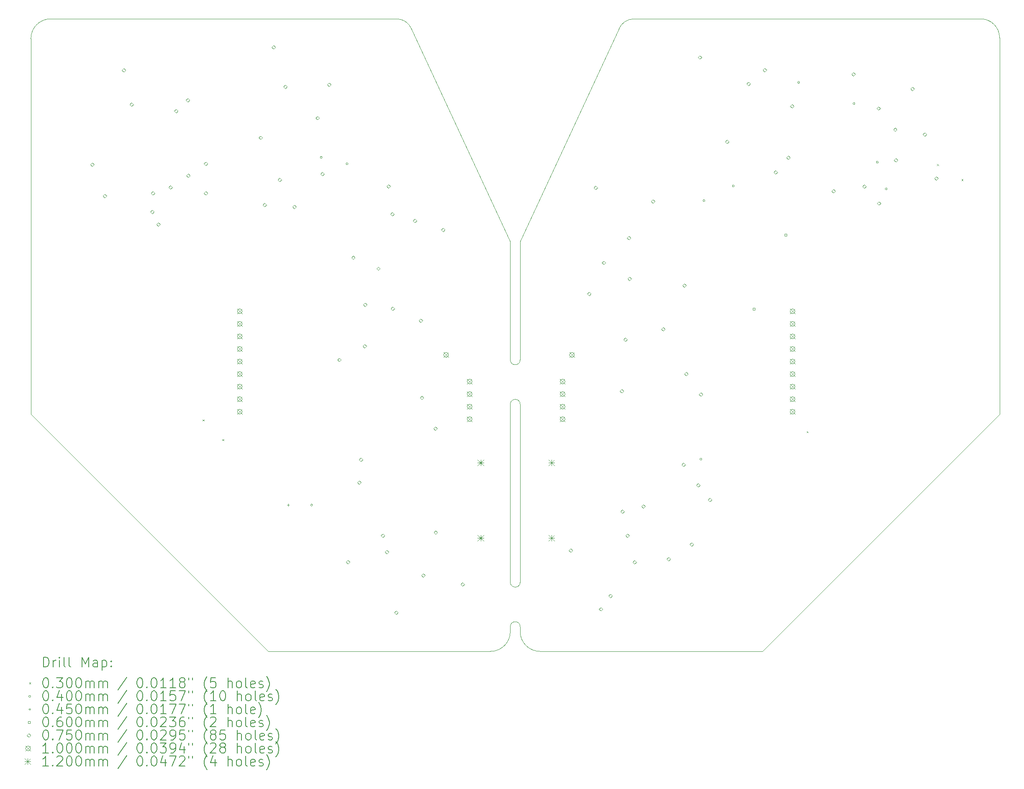
<source format=gbr>
%TF.GenerationSoftware,KiCad,Pcbnew,(6.0.10)*%
%TF.CreationDate,2023-07-31T18:03:33+01:00*%
%TF.ProjectId,magnetonekeys,6d61676e-6574-46f6-9e65-6b6579732e6b,rev?*%
%TF.SameCoordinates,Original*%
%TF.FileFunction,Drillmap*%
%TF.FilePolarity,Positive*%
%FSLAX45Y45*%
G04 Gerber Fmt 4.5, Leading zero omitted, Abs format (unit mm)*
G04 Created by KiCad (PCBNEW (6.0.10)) date 2023-07-31 18:03:33*
%MOMM*%
%LPD*%
G01*
G04 APERTURE LIST*
%ADD10C,0.100000*%
%ADD11C,0.200000*%
%ADD12C,0.030000*%
%ADD13C,0.040000*%
%ADD14C,0.045000*%
%ADD15C,0.060000*%
%ADD16C,0.075000*%
%ADD17C,0.120000*%
G04 APERTURE END LIST*
D10*
X15239375Y-14378687D02*
G75*
G03*
X15439375Y-14378687I100000J0D01*
G01*
X14839375Y-15778685D02*
G75*
G03*
X15239375Y-15378687I5J399995D01*
G01*
X5539375Y-3378687D02*
X5539375Y-10978688D01*
X17739375Y-2978684D02*
G75*
G03*
X17439375Y-3178687I5J-325006D01*
G01*
X15239375Y-7478687D02*
X15239375Y-9878688D01*
X5939375Y-2978687D02*
G75*
G03*
X5539375Y-3378687I0J-400000D01*
G01*
X15239375Y-15278687D02*
X15239375Y-15378687D01*
X5939375Y-2978687D02*
X12939375Y-2978687D01*
X15439375Y-10778688D02*
G75*
G03*
X15239375Y-10778688I-100000J0D01*
G01*
X15239375Y-9878688D02*
G75*
G03*
X15439375Y-9878688I100000J0D01*
G01*
X20339375Y-15778687D02*
X25139375Y-10978688D01*
X15439375Y-14378687D02*
X15439375Y-10778688D01*
X25139375Y-8578688D02*
X25139375Y-3361530D01*
X13239372Y-3178689D02*
G75*
G03*
X12939375Y-2978687I-300002J-125001D01*
G01*
X15439372Y-15378687D02*
G75*
G03*
X15839375Y-15778687I399998J-3D01*
G01*
X15839375Y-15778687D02*
X20339375Y-15778687D01*
X15439375Y-15278687D02*
G75*
G03*
X15239375Y-15278687I-100000J0D01*
G01*
X15239375Y-7478687D02*
X13239375Y-3178687D01*
X25139375Y-10978688D02*
X25139375Y-8578688D01*
X15439375Y-7478687D02*
X15439375Y-9878688D01*
X15439375Y-15278687D02*
X15439375Y-15378687D01*
X25139370Y-3361530D02*
G75*
G03*
X24739375Y-2978687I-383210J0D01*
G01*
X5539375Y-10978688D02*
X10339375Y-15778687D01*
X15239375Y-10778688D02*
X15239375Y-14378687D01*
X15439375Y-7478687D02*
X17439375Y-3178687D01*
X17739375Y-2978687D02*
X24739375Y-2978687D01*
X10339375Y-15778687D02*
X14839375Y-15778687D01*
D11*
D12*
X9013275Y-11085625D02*
X9043275Y-11115625D01*
X9043275Y-11085625D02*
X9013275Y-11115625D01*
X9413275Y-11485625D02*
X9443275Y-11515625D01*
X9443275Y-11485625D02*
X9413275Y-11515625D01*
X21237106Y-11323819D02*
X21267106Y-11353819D01*
X21267106Y-11323819D02*
X21237106Y-11353819D01*
X23873037Y-5918312D02*
X23903037Y-5948312D01*
X23903037Y-5918312D02*
X23873037Y-5948312D01*
X24367725Y-6222312D02*
X24397725Y-6252312D01*
X24397725Y-6222312D02*
X24367725Y-6252312D01*
D13*
X11240650Y-12816750D02*
G75*
G03*
X11240650Y-12816750I-20000J0D01*
G01*
X11432150Y-5781500D02*
G75*
G03*
X11432150Y-5781500I-20000J0D01*
G01*
X11955025Y-5911125D02*
G75*
G03*
X11955025Y-5911125I-20000J0D01*
G01*
X19115506Y-11888074D02*
G75*
G03*
X19115506Y-11888074I-20000J0D01*
G01*
X19176773Y-6657846D02*
G75*
G03*
X19176773Y-6657846I-20000J0D01*
G01*
X19772086Y-6360190D02*
G75*
G03*
X19772086Y-6360190I-20000J0D01*
G01*
X21094275Y-4263501D02*
G75*
G03*
X21094275Y-4263501I-20000J0D01*
G01*
X22212869Y-4693313D02*
G75*
G03*
X22212869Y-4693313I-20000J0D01*
G01*
X22685275Y-5877501D02*
G75*
G03*
X22685275Y-5877501I-20000J0D01*
G01*
X22864275Y-6418501D02*
G75*
G03*
X22864275Y-6418501I-20000J0D01*
G01*
D14*
X10744400Y-12794250D02*
X10744400Y-12839250D01*
X10721900Y-12816750D02*
X10766900Y-12816750D01*
D15*
X20188283Y-8873191D02*
X20188283Y-8830764D01*
X20145856Y-8830764D01*
X20145856Y-8873191D01*
X20188283Y-8873191D01*
X20828244Y-7370026D02*
X20828244Y-7327599D01*
X20785818Y-7327599D01*
X20785818Y-7370026D01*
X20828244Y-7370026D01*
D16*
X6780025Y-5964812D02*
X6817525Y-5927312D01*
X6780025Y-5889812D01*
X6742525Y-5927312D01*
X6780025Y-5964812D01*
X7033025Y-6599812D02*
X7070525Y-6562312D01*
X7033025Y-6524812D01*
X6995525Y-6562312D01*
X7033025Y-6599812D01*
X7420025Y-4054812D02*
X7457525Y-4017312D01*
X7420025Y-3979812D01*
X7382525Y-4017312D01*
X7420025Y-4054812D01*
X7575589Y-4748249D02*
X7613089Y-4710749D01*
X7575589Y-4673249D01*
X7538089Y-4710749D01*
X7575589Y-4748249D01*
X7995025Y-6919812D02*
X8032525Y-6882312D01*
X7995025Y-6844812D01*
X7957525Y-6882312D01*
X7995025Y-6919812D01*
X8005962Y-6543937D02*
X8043462Y-6506437D01*
X8005962Y-6468937D01*
X7968462Y-6506437D01*
X8005962Y-6543937D01*
X8118087Y-7175187D02*
X8155587Y-7137687D01*
X8118087Y-7100187D01*
X8080587Y-7137687D01*
X8118087Y-7175187D01*
X8363150Y-6424875D02*
X8400650Y-6387375D01*
X8363150Y-6349875D01*
X8325650Y-6387375D01*
X8363150Y-6424875D01*
X8477025Y-4881813D02*
X8514525Y-4844313D01*
X8477025Y-4806813D01*
X8439525Y-4844313D01*
X8477025Y-4881813D01*
X8715025Y-4661813D02*
X8752525Y-4624313D01*
X8715025Y-4586813D01*
X8677525Y-4624313D01*
X8715025Y-4661813D01*
X8721610Y-6188022D02*
X8759110Y-6150522D01*
X8721610Y-6113022D01*
X8684110Y-6150522D01*
X8721610Y-6188022D01*
X9077525Y-5948625D02*
X9115025Y-5911125D01*
X9077525Y-5873625D01*
X9040025Y-5911125D01*
X9077525Y-5948625D01*
X9077525Y-6543937D02*
X9115025Y-6506437D01*
X9077525Y-6468937D01*
X9040025Y-6506437D01*
X9077525Y-6543937D01*
X10189025Y-5419813D02*
X10226525Y-5382313D01*
X10189025Y-5344813D01*
X10151525Y-5382313D01*
X10189025Y-5419813D01*
X10268150Y-6782062D02*
X10305650Y-6744562D01*
X10268150Y-6707062D01*
X10230650Y-6744562D01*
X10268150Y-6782062D01*
X10449025Y-3587812D02*
X10486525Y-3550312D01*
X10449025Y-3512812D01*
X10411525Y-3550312D01*
X10449025Y-3587812D01*
X10572885Y-6273953D02*
X10610385Y-6236453D01*
X10572885Y-6198953D01*
X10535385Y-6236453D01*
X10572885Y-6273953D01*
X10686205Y-4389992D02*
X10723705Y-4352492D01*
X10686205Y-4314992D01*
X10648705Y-4352492D01*
X10686205Y-4389992D01*
X10869025Y-6817812D02*
X10906525Y-6780312D01*
X10869025Y-6742812D01*
X10831525Y-6780312D01*
X10869025Y-6817812D01*
X11339087Y-5022188D02*
X11376587Y-4984688D01*
X11339087Y-4947188D01*
X11301587Y-4984688D01*
X11339087Y-5022188D01*
X11437150Y-6154000D02*
X11474650Y-6116500D01*
X11437150Y-6079000D01*
X11399650Y-6116500D01*
X11437150Y-6154000D01*
X11572337Y-4345063D02*
X11609837Y-4307563D01*
X11572337Y-4270063D01*
X11534837Y-4307563D01*
X11572337Y-4345063D01*
X11778458Y-9915192D02*
X11815958Y-9877692D01*
X11778458Y-9840192D01*
X11740958Y-9877692D01*
X11778458Y-9915192D01*
X11951962Y-14006375D02*
X11989462Y-13968875D01*
X11951962Y-13931375D01*
X11914462Y-13968875D01*
X11951962Y-14006375D01*
X12060354Y-7847359D02*
X12097854Y-7809859D01*
X12060354Y-7772359D01*
X12022854Y-7809859D01*
X12060354Y-7847359D01*
X12183025Y-12397812D02*
X12220525Y-12360312D01*
X12183025Y-12322812D01*
X12145525Y-12360312D01*
X12183025Y-12397812D01*
X12213962Y-11936375D02*
X12251462Y-11898875D01*
X12213962Y-11861375D01*
X12176462Y-11898875D01*
X12213962Y-11936375D01*
X12292212Y-9639563D02*
X12329712Y-9602063D01*
X12292212Y-9564563D01*
X12254712Y-9602063D01*
X12292212Y-9639563D01*
X12299375Y-8799188D02*
X12336875Y-8761688D01*
X12299375Y-8724188D01*
X12261875Y-8761688D01*
X12299375Y-8799188D01*
X12569375Y-8070187D02*
X12606875Y-8032687D01*
X12569375Y-7995187D01*
X12531875Y-8032687D01*
X12569375Y-8070187D01*
X12659025Y-13473812D02*
X12696525Y-13436312D01*
X12659025Y-13398812D01*
X12621525Y-13436312D01*
X12659025Y-13473812D01*
X12740337Y-13804062D02*
X12777837Y-13766562D01*
X12740337Y-13729062D01*
X12702837Y-13766562D01*
X12740337Y-13804062D01*
X12773375Y-6405187D02*
X12810875Y-6367687D01*
X12773375Y-6330187D01*
X12735875Y-6367687D01*
X12773375Y-6405187D01*
X12850025Y-6967812D02*
X12887525Y-6930312D01*
X12850025Y-6892812D01*
X12812525Y-6930312D01*
X12850025Y-6967812D01*
X12858025Y-8880813D02*
X12895525Y-8843313D01*
X12858025Y-8805813D01*
X12820525Y-8843313D01*
X12858025Y-8880813D01*
X12928962Y-15030187D02*
X12966462Y-14992687D01*
X12928962Y-14955187D01*
X12891462Y-14992687D01*
X12928962Y-15030187D01*
X13307025Y-7100812D02*
X13344525Y-7063312D01*
X13307025Y-7025812D01*
X13269525Y-7063312D01*
X13307025Y-7100812D01*
X13428015Y-9122177D02*
X13465515Y-9084677D01*
X13428015Y-9047177D01*
X13390515Y-9084677D01*
X13428015Y-9122177D01*
X13448962Y-10683375D02*
X13486462Y-10645875D01*
X13448962Y-10608375D01*
X13411462Y-10645875D01*
X13448962Y-10683375D01*
X13476337Y-14279062D02*
X13513837Y-14241562D01*
X13476337Y-14204062D01*
X13438837Y-14241562D01*
X13476337Y-14279062D01*
X13720962Y-11306437D02*
X13758462Y-11268937D01*
X13720962Y-11231437D01*
X13683462Y-11268937D01*
X13720962Y-11306437D01*
X13729025Y-13410812D02*
X13766525Y-13373312D01*
X13729025Y-13335812D01*
X13691525Y-13373312D01*
X13729025Y-13410812D01*
X13877912Y-7284238D02*
X13915412Y-7246738D01*
X13877912Y-7209238D01*
X13840412Y-7246738D01*
X13877912Y-7284238D01*
X14274025Y-14458812D02*
X14311525Y-14421312D01*
X14274025Y-14383812D01*
X14236525Y-14421312D01*
X14274025Y-14458812D01*
X16460275Y-13773187D02*
X16497775Y-13735687D01*
X16460275Y-13698187D01*
X16422775Y-13735687D01*
X16460275Y-13773187D01*
X16834300Y-8580575D02*
X16871800Y-8543075D01*
X16834300Y-8505575D01*
X16796800Y-8543075D01*
X16834300Y-8580575D01*
X16964725Y-6433812D02*
X17002225Y-6396312D01*
X16964725Y-6358812D01*
X16927225Y-6396312D01*
X16964725Y-6433812D01*
X17071442Y-14961670D02*
X17108942Y-14924170D01*
X17071442Y-14886670D01*
X17033942Y-14924170D01*
X17071442Y-14961670D01*
X17128187Y-7950627D02*
X17165687Y-7913127D01*
X17128187Y-7875627D01*
X17090687Y-7913127D01*
X17128187Y-7950627D01*
X17264169Y-14693294D02*
X17301669Y-14655794D01*
X17264169Y-14618294D01*
X17226669Y-14655794D01*
X17264169Y-14693294D01*
X17492163Y-10548125D02*
X17529663Y-10510625D01*
X17492163Y-10473125D01*
X17454663Y-10510625D01*
X17492163Y-10548125D01*
X17506173Y-12987927D02*
X17543673Y-12950427D01*
X17506173Y-12912927D01*
X17468673Y-12950427D01*
X17506173Y-12987927D01*
X17567828Y-9504926D02*
X17605328Y-9467426D01*
X17567828Y-9429926D01*
X17530328Y-9467426D01*
X17567828Y-9504926D01*
X17607224Y-13473388D02*
X17644724Y-13435888D01*
X17607224Y-13398388D01*
X17569724Y-13435888D01*
X17607224Y-13473388D01*
X17638725Y-7448812D02*
X17676225Y-7411312D01*
X17638725Y-7373812D01*
X17601225Y-7411312D01*
X17638725Y-7448812D01*
X17652038Y-8277062D02*
X17689538Y-8239562D01*
X17652038Y-8202062D01*
X17614538Y-8239562D01*
X17652038Y-8277062D01*
X17753725Y-14010812D02*
X17791225Y-13973312D01*
X17753725Y-13935812D01*
X17716225Y-13973312D01*
X17753725Y-14010812D01*
X17930725Y-12881812D02*
X17968225Y-12844312D01*
X17930725Y-12806812D01*
X17893225Y-12844312D01*
X17930725Y-12881812D01*
X18126725Y-6709812D02*
X18164225Y-6672312D01*
X18126725Y-6634812D01*
X18089225Y-6672312D01*
X18126725Y-6709812D01*
X18331725Y-9293813D02*
X18369225Y-9256313D01*
X18331725Y-9218813D01*
X18294225Y-9256313D01*
X18331725Y-9293813D01*
X18440662Y-13949638D02*
X18478162Y-13912138D01*
X18440662Y-13874638D01*
X18403162Y-13912138D01*
X18440662Y-13949638D01*
X18743038Y-12039062D02*
X18780538Y-12001562D01*
X18743038Y-11964062D01*
X18705538Y-12001562D01*
X18743038Y-12039062D01*
X18758725Y-8411813D02*
X18796225Y-8374312D01*
X18758725Y-8336812D01*
X18721225Y-8374312D01*
X18758725Y-8411813D01*
X18797850Y-10199166D02*
X18835350Y-10161666D01*
X18797850Y-10124166D01*
X18760350Y-10161666D01*
X18797850Y-10199166D01*
X18907725Y-13652812D02*
X18945225Y-13615312D01*
X18907725Y-13577812D01*
X18870225Y-13615312D01*
X18907725Y-13652812D01*
X19039975Y-12453125D02*
X19077475Y-12415625D01*
X19039975Y-12378125D01*
X19002475Y-12415625D01*
X19039975Y-12453125D01*
X19074725Y-3793812D02*
X19112225Y-3756312D01*
X19074725Y-3718812D01*
X19037225Y-3756312D01*
X19074725Y-3793812D01*
X19095506Y-10615886D02*
X19133006Y-10578386D01*
X19095506Y-10540886D01*
X19058006Y-10578386D01*
X19095506Y-10615886D01*
X19277038Y-12750062D02*
X19314538Y-12712562D01*
X19277038Y-12675062D01*
X19239538Y-12712562D01*
X19277038Y-12750062D01*
X19623725Y-5502813D02*
X19661225Y-5465313D01*
X19623725Y-5427813D01*
X19586225Y-5465313D01*
X19623725Y-5502813D01*
X20058947Y-4328972D02*
X20096447Y-4291472D01*
X20058947Y-4253972D01*
X20021447Y-4291472D01*
X20058947Y-4328972D01*
X20385725Y-4050812D02*
X20423225Y-4013312D01*
X20385725Y-3975812D01*
X20348225Y-4013312D01*
X20385725Y-4050812D01*
X20607038Y-6119062D02*
X20644538Y-6081562D01*
X20607038Y-6044062D01*
X20569538Y-6081562D01*
X20607038Y-6119062D01*
X20864725Y-5824812D02*
X20902225Y-5787312D01*
X20864725Y-5749812D01*
X20827225Y-5787312D01*
X20864725Y-5824812D01*
X20939524Y-4783270D02*
X20977024Y-4745770D01*
X20939524Y-4708270D01*
X20902024Y-4745770D01*
X20939524Y-4783270D01*
X21778413Y-6500000D02*
X21815913Y-6462500D01*
X21778413Y-6425000D01*
X21740913Y-6462500D01*
X21778413Y-6500000D01*
X22182180Y-4133358D02*
X22219680Y-4095858D01*
X22182180Y-4058358D01*
X22144680Y-4095858D01*
X22182180Y-4133358D01*
X22400963Y-6408176D02*
X22438463Y-6370676D01*
X22400963Y-6333176D01*
X22363463Y-6370676D01*
X22400963Y-6408176D01*
X22689755Y-4826842D02*
X22727255Y-4789342D01*
X22689755Y-4751842D01*
X22652255Y-4789342D01*
X22689755Y-4826842D01*
X22697412Y-6749437D02*
X22734912Y-6711937D01*
X22697412Y-6674437D01*
X22659912Y-6711937D01*
X22697412Y-6749437D01*
X23024572Y-5258069D02*
X23062072Y-5220569D01*
X23024572Y-5183069D01*
X22987072Y-5220569D01*
X23024572Y-5258069D01*
X23038037Y-5876062D02*
X23075537Y-5838562D01*
X23038037Y-5801062D01*
X23000537Y-5838562D01*
X23038037Y-5876062D01*
X23375037Y-4431063D02*
X23412537Y-4393563D01*
X23375037Y-4356063D01*
X23337537Y-4393563D01*
X23375037Y-4431063D01*
X23623725Y-5355813D02*
X23661225Y-5318313D01*
X23623725Y-5280813D01*
X23586225Y-5318313D01*
X23623725Y-5355813D01*
X23859037Y-6242062D02*
X23896537Y-6204562D01*
X23859037Y-6167062D01*
X23821537Y-6204562D01*
X23859037Y-6242062D01*
D10*
X9715375Y-8845688D02*
X9815375Y-8945688D01*
X9815375Y-8845688D02*
X9715375Y-8945688D01*
X9815375Y-8895688D02*
G75*
G03*
X9815375Y-8895688I-50000J0D01*
G01*
X9715375Y-9099688D02*
X9815375Y-9199688D01*
X9815375Y-9099688D02*
X9715375Y-9199688D01*
X9815375Y-9149688D02*
G75*
G03*
X9815375Y-9149688I-50000J0D01*
G01*
X9715375Y-9353688D02*
X9815375Y-9453688D01*
X9815375Y-9353688D02*
X9715375Y-9453688D01*
X9815375Y-9403688D02*
G75*
G03*
X9815375Y-9403688I-50000J0D01*
G01*
X9715375Y-9607688D02*
X9815375Y-9707688D01*
X9815375Y-9607688D02*
X9715375Y-9707688D01*
X9815375Y-9657688D02*
G75*
G03*
X9815375Y-9657688I-50000J0D01*
G01*
X9715375Y-9861688D02*
X9815375Y-9961688D01*
X9815375Y-9861688D02*
X9715375Y-9961688D01*
X9815375Y-9911688D02*
G75*
G03*
X9815375Y-9911688I-50000J0D01*
G01*
X9715375Y-10115688D02*
X9815375Y-10215688D01*
X9815375Y-10115688D02*
X9715375Y-10215688D01*
X9815375Y-10165688D02*
G75*
G03*
X9815375Y-10165688I-50000J0D01*
G01*
X9715375Y-10369688D02*
X9815375Y-10469688D01*
X9815375Y-10369688D02*
X9715375Y-10469688D01*
X9815375Y-10419688D02*
G75*
G03*
X9815375Y-10419688I-50000J0D01*
G01*
X9715375Y-10623688D02*
X9815375Y-10723688D01*
X9815375Y-10623688D02*
X9715375Y-10723688D01*
X9815375Y-10673688D02*
G75*
G03*
X9815375Y-10673688I-50000J0D01*
G01*
X9715375Y-10877688D02*
X9815375Y-10977688D01*
X9815375Y-10877688D02*
X9715375Y-10977688D01*
X9815375Y-10927688D02*
G75*
G03*
X9815375Y-10927688I-50000J0D01*
G01*
X13890831Y-9728688D02*
X13990831Y-9828688D01*
X13990831Y-9728688D02*
X13890831Y-9828688D01*
X13990831Y-9778688D02*
G75*
G03*
X13990831Y-9778688I-50000J0D01*
G01*
X14367082Y-10267448D02*
X14467082Y-10367448D01*
X14467082Y-10267448D02*
X14367082Y-10367448D01*
X14467082Y-10317448D02*
G75*
G03*
X14467082Y-10317448I-50000J0D01*
G01*
X14367082Y-10521448D02*
X14467082Y-10621448D01*
X14467082Y-10521448D02*
X14367082Y-10621448D01*
X14467082Y-10571448D02*
G75*
G03*
X14467082Y-10571448I-50000J0D01*
G01*
X14367082Y-10775448D02*
X14467082Y-10875448D01*
X14467082Y-10775448D02*
X14367082Y-10875448D01*
X14467082Y-10825448D02*
G75*
G03*
X14467082Y-10825448I-50000J0D01*
G01*
X14367082Y-11029448D02*
X14467082Y-11129448D01*
X14467082Y-11029448D02*
X14367082Y-11129448D01*
X14467082Y-11079448D02*
G75*
G03*
X14467082Y-11079448I-50000J0D01*
G01*
X16247535Y-10267448D02*
X16347535Y-10367448D01*
X16347535Y-10267448D02*
X16247535Y-10367448D01*
X16347535Y-10317448D02*
G75*
G03*
X16347535Y-10317448I-50000J0D01*
G01*
X16247535Y-10521448D02*
X16347535Y-10621448D01*
X16347535Y-10521448D02*
X16247535Y-10621448D01*
X16347535Y-10571448D02*
G75*
G03*
X16347535Y-10571448I-50000J0D01*
G01*
X16247535Y-10775448D02*
X16347535Y-10875448D01*
X16347535Y-10775448D02*
X16247535Y-10875448D01*
X16347535Y-10825448D02*
G75*
G03*
X16347535Y-10825448I-50000J0D01*
G01*
X16247535Y-11029448D02*
X16347535Y-11129448D01*
X16347535Y-11029448D02*
X16247535Y-11129448D01*
X16347535Y-11079448D02*
G75*
G03*
X16347535Y-11079448I-50000J0D01*
G01*
X16437275Y-9728688D02*
X16537275Y-9828688D01*
X16537275Y-9728688D02*
X16437275Y-9828688D01*
X16537275Y-9778688D02*
G75*
G03*
X16537275Y-9778688I-50000J0D01*
G01*
X20899375Y-8846688D02*
X20999375Y-8946688D01*
X20999375Y-8846688D02*
X20899375Y-8946688D01*
X20999375Y-8896688D02*
G75*
G03*
X20999375Y-8896688I-50000J0D01*
G01*
X20899375Y-9100688D02*
X20999375Y-9200688D01*
X20999375Y-9100688D02*
X20899375Y-9200688D01*
X20999375Y-9150688D02*
G75*
G03*
X20999375Y-9150688I-50000J0D01*
G01*
X20899375Y-9354688D02*
X20999375Y-9454688D01*
X20999375Y-9354688D02*
X20899375Y-9454688D01*
X20999375Y-9404688D02*
G75*
G03*
X20999375Y-9404688I-50000J0D01*
G01*
X20899375Y-9608688D02*
X20999375Y-9708688D01*
X20999375Y-9608688D02*
X20899375Y-9708688D01*
X20999375Y-9658688D02*
G75*
G03*
X20999375Y-9658688I-50000J0D01*
G01*
X20899375Y-9862688D02*
X20999375Y-9962688D01*
X20999375Y-9862688D02*
X20899375Y-9962688D01*
X20999375Y-9912688D02*
G75*
G03*
X20999375Y-9912688I-50000J0D01*
G01*
X20899375Y-10116688D02*
X20999375Y-10216688D01*
X20999375Y-10116688D02*
X20899375Y-10216688D01*
X20999375Y-10166688D02*
G75*
G03*
X20999375Y-10166688I-50000J0D01*
G01*
X20899375Y-10370688D02*
X20999375Y-10470688D01*
X20999375Y-10370688D02*
X20899375Y-10470688D01*
X20999375Y-10420688D02*
G75*
G03*
X20999375Y-10420688I-50000J0D01*
G01*
X20899375Y-10624688D02*
X20999375Y-10724688D01*
X20999375Y-10624688D02*
X20899375Y-10724688D01*
X20999375Y-10674688D02*
G75*
G03*
X20999375Y-10674688I-50000J0D01*
G01*
X20899375Y-10878688D02*
X20999375Y-10978688D01*
X20999375Y-10878688D02*
X20899375Y-10978688D01*
X20999375Y-10928688D02*
G75*
G03*
X20999375Y-10928688I-50000J0D01*
G01*
D17*
X14579375Y-11899501D02*
X14699375Y-12019501D01*
X14699375Y-11899501D02*
X14579375Y-12019501D01*
X14639375Y-11899501D02*
X14639375Y-12019501D01*
X14579375Y-11959501D02*
X14699375Y-11959501D01*
X14579375Y-13423501D02*
X14699375Y-13543501D01*
X14699375Y-13423501D02*
X14579375Y-13543501D01*
X14639375Y-13423501D02*
X14639375Y-13543501D01*
X14579375Y-13483501D02*
X14699375Y-13483501D01*
X16015275Y-11899501D02*
X16135275Y-12019501D01*
X16135275Y-11899501D02*
X16015275Y-12019501D01*
X16075275Y-11899501D02*
X16075275Y-12019501D01*
X16015275Y-11959501D02*
X16135275Y-11959501D01*
X16015275Y-13423501D02*
X16135275Y-13543501D01*
X16135275Y-13423501D02*
X16015275Y-13543501D01*
X16075275Y-13423501D02*
X16075275Y-13543501D01*
X16015275Y-13483501D02*
X16135275Y-13483501D01*
D11*
X5791994Y-16094164D02*
X5791994Y-15894164D01*
X5839613Y-15894164D01*
X5868184Y-15903687D01*
X5887232Y-15922735D01*
X5896756Y-15941783D01*
X5906280Y-15979878D01*
X5906280Y-16008449D01*
X5896756Y-16046545D01*
X5887232Y-16065592D01*
X5868184Y-16084640D01*
X5839613Y-16094164D01*
X5791994Y-16094164D01*
X5991994Y-16094164D02*
X5991994Y-15960830D01*
X5991994Y-15998925D02*
X6001518Y-15979878D01*
X6011042Y-15970354D01*
X6030089Y-15960830D01*
X6049137Y-15960830D01*
X6115803Y-16094164D02*
X6115803Y-15960830D01*
X6115803Y-15894164D02*
X6106280Y-15903687D01*
X6115803Y-15913211D01*
X6125327Y-15903687D01*
X6115803Y-15894164D01*
X6115803Y-15913211D01*
X6239613Y-16094164D02*
X6220565Y-16084640D01*
X6211042Y-16065592D01*
X6211042Y-15894164D01*
X6344375Y-16094164D02*
X6325327Y-16084640D01*
X6315803Y-16065592D01*
X6315803Y-15894164D01*
X6572946Y-16094164D02*
X6572946Y-15894164D01*
X6639613Y-16037021D01*
X6706280Y-15894164D01*
X6706280Y-16094164D01*
X6887232Y-16094164D02*
X6887232Y-15989402D01*
X6877708Y-15970354D01*
X6858661Y-15960830D01*
X6820565Y-15960830D01*
X6801518Y-15970354D01*
X6887232Y-16084640D02*
X6868184Y-16094164D01*
X6820565Y-16094164D01*
X6801518Y-16084640D01*
X6791994Y-16065592D01*
X6791994Y-16046545D01*
X6801518Y-16027497D01*
X6820565Y-16017973D01*
X6868184Y-16017973D01*
X6887232Y-16008449D01*
X6982470Y-15960830D02*
X6982470Y-16160830D01*
X6982470Y-15970354D02*
X7001518Y-15960830D01*
X7039613Y-15960830D01*
X7058661Y-15970354D01*
X7068184Y-15979878D01*
X7077708Y-15998925D01*
X7077708Y-16056068D01*
X7068184Y-16075116D01*
X7058661Y-16084640D01*
X7039613Y-16094164D01*
X7001518Y-16094164D01*
X6982470Y-16084640D01*
X7163423Y-16075116D02*
X7172946Y-16084640D01*
X7163423Y-16094164D01*
X7153899Y-16084640D01*
X7163423Y-16075116D01*
X7163423Y-16094164D01*
X7163423Y-15970354D02*
X7172946Y-15979878D01*
X7163423Y-15989402D01*
X7153899Y-15979878D01*
X7163423Y-15970354D01*
X7163423Y-15989402D01*
D12*
X5504375Y-16408687D02*
X5534375Y-16438687D01*
X5534375Y-16408687D02*
X5504375Y-16438687D01*
D11*
X5830089Y-16314164D02*
X5849137Y-16314164D01*
X5868184Y-16323687D01*
X5877708Y-16333211D01*
X5887232Y-16352259D01*
X5896756Y-16390354D01*
X5896756Y-16437973D01*
X5887232Y-16476068D01*
X5877708Y-16495116D01*
X5868184Y-16504640D01*
X5849137Y-16514164D01*
X5830089Y-16514164D01*
X5811042Y-16504640D01*
X5801518Y-16495116D01*
X5791994Y-16476068D01*
X5782470Y-16437973D01*
X5782470Y-16390354D01*
X5791994Y-16352259D01*
X5801518Y-16333211D01*
X5811042Y-16323687D01*
X5830089Y-16314164D01*
X5982470Y-16495116D02*
X5991994Y-16504640D01*
X5982470Y-16514164D01*
X5972946Y-16504640D01*
X5982470Y-16495116D01*
X5982470Y-16514164D01*
X6058661Y-16314164D02*
X6182470Y-16314164D01*
X6115803Y-16390354D01*
X6144375Y-16390354D01*
X6163423Y-16399878D01*
X6172946Y-16409402D01*
X6182470Y-16428449D01*
X6182470Y-16476068D01*
X6172946Y-16495116D01*
X6163423Y-16504640D01*
X6144375Y-16514164D01*
X6087232Y-16514164D01*
X6068184Y-16504640D01*
X6058661Y-16495116D01*
X6306280Y-16314164D02*
X6325327Y-16314164D01*
X6344375Y-16323687D01*
X6353899Y-16333211D01*
X6363423Y-16352259D01*
X6372946Y-16390354D01*
X6372946Y-16437973D01*
X6363423Y-16476068D01*
X6353899Y-16495116D01*
X6344375Y-16504640D01*
X6325327Y-16514164D01*
X6306280Y-16514164D01*
X6287232Y-16504640D01*
X6277708Y-16495116D01*
X6268184Y-16476068D01*
X6258661Y-16437973D01*
X6258661Y-16390354D01*
X6268184Y-16352259D01*
X6277708Y-16333211D01*
X6287232Y-16323687D01*
X6306280Y-16314164D01*
X6496756Y-16314164D02*
X6515803Y-16314164D01*
X6534851Y-16323687D01*
X6544375Y-16333211D01*
X6553899Y-16352259D01*
X6563423Y-16390354D01*
X6563423Y-16437973D01*
X6553899Y-16476068D01*
X6544375Y-16495116D01*
X6534851Y-16504640D01*
X6515803Y-16514164D01*
X6496756Y-16514164D01*
X6477708Y-16504640D01*
X6468184Y-16495116D01*
X6458661Y-16476068D01*
X6449137Y-16437973D01*
X6449137Y-16390354D01*
X6458661Y-16352259D01*
X6468184Y-16333211D01*
X6477708Y-16323687D01*
X6496756Y-16314164D01*
X6649137Y-16514164D02*
X6649137Y-16380830D01*
X6649137Y-16399878D02*
X6658661Y-16390354D01*
X6677708Y-16380830D01*
X6706280Y-16380830D01*
X6725327Y-16390354D01*
X6734851Y-16409402D01*
X6734851Y-16514164D01*
X6734851Y-16409402D02*
X6744375Y-16390354D01*
X6763423Y-16380830D01*
X6791994Y-16380830D01*
X6811042Y-16390354D01*
X6820565Y-16409402D01*
X6820565Y-16514164D01*
X6915803Y-16514164D02*
X6915803Y-16380830D01*
X6915803Y-16399878D02*
X6925327Y-16390354D01*
X6944375Y-16380830D01*
X6972946Y-16380830D01*
X6991994Y-16390354D01*
X7001518Y-16409402D01*
X7001518Y-16514164D01*
X7001518Y-16409402D02*
X7011042Y-16390354D01*
X7030089Y-16380830D01*
X7058661Y-16380830D01*
X7077708Y-16390354D01*
X7087232Y-16409402D01*
X7087232Y-16514164D01*
X7477708Y-16304640D02*
X7306280Y-16561783D01*
X7734851Y-16314164D02*
X7753899Y-16314164D01*
X7772946Y-16323687D01*
X7782470Y-16333211D01*
X7791994Y-16352259D01*
X7801518Y-16390354D01*
X7801518Y-16437973D01*
X7791994Y-16476068D01*
X7782470Y-16495116D01*
X7772946Y-16504640D01*
X7753899Y-16514164D01*
X7734851Y-16514164D01*
X7715803Y-16504640D01*
X7706280Y-16495116D01*
X7696756Y-16476068D01*
X7687232Y-16437973D01*
X7687232Y-16390354D01*
X7696756Y-16352259D01*
X7706280Y-16333211D01*
X7715803Y-16323687D01*
X7734851Y-16314164D01*
X7887232Y-16495116D02*
X7896756Y-16504640D01*
X7887232Y-16514164D01*
X7877708Y-16504640D01*
X7887232Y-16495116D01*
X7887232Y-16514164D01*
X8020565Y-16314164D02*
X8039613Y-16314164D01*
X8058661Y-16323687D01*
X8068184Y-16333211D01*
X8077708Y-16352259D01*
X8087232Y-16390354D01*
X8087232Y-16437973D01*
X8077708Y-16476068D01*
X8068184Y-16495116D01*
X8058661Y-16504640D01*
X8039613Y-16514164D01*
X8020565Y-16514164D01*
X8001518Y-16504640D01*
X7991994Y-16495116D01*
X7982470Y-16476068D01*
X7972946Y-16437973D01*
X7972946Y-16390354D01*
X7982470Y-16352259D01*
X7991994Y-16333211D01*
X8001518Y-16323687D01*
X8020565Y-16314164D01*
X8277708Y-16514164D02*
X8163423Y-16514164D01*
X8220565Y-16514164D02*
X8220565Y-16314164D01*
X8201518Y-16342735D01*
X8182470Y-16361783D01*
X8163423Y-16371306D01*
X8468185Y-16514164D02*
X8353899Y-16514164D01*
X8411042Y-16514164D02*
X8411042Y-16314164D01*
X8391994Y-16342735D01*
X8372946Y-16361783D01*
X8353899Y-16371306D01*
X8582470Y-16399878D02*
X8563423Y-16390354D01*
X8553899Y-16380830D01*
X8544375Y-16361783D01*
X8544375Y-16352259D01*
X8553899Y-16333211D01*
X8563423Y-16323687D01*
X8582470Y-16314164D01*
X8620565Y-16314164D01*
X8639613Y-16323687D01*
X8649137Y-16333211D01*
X8658661Y-16352259D01*
X8658661Y-16361783D01*
X8649137Y-16380830D01*
X8639613Y-16390354D01*
X8620565Y-16399878D01*
X8582470Y-16399878D01*
X8563423Y-16409402D01*
X8553899Y-16418925D01*
X8544375Y-16437973D01*
X8544375Y-16476068D01*
X8553899Y-16495116D01*
X8563423Y-16504640D01*
X8582470Y-16514164D01*
X8620565Y-16514164D01*
X8639613Y-16504640D01*
X8649137Y-16495116D01*
X8658661Y-16476068D01*
X8658661Y-16437973D01*
X8649137Y-16418925D01*
X8639613Y-16409402D01*
X8620565Y-16399878D01*
X8734851Y-16314164D02*
X8734851Y-16352259D01*
X8811042Y-16314164D02*
X8811042Y-16352259D01*
X9106280Y-16590354D02*
X9096756Y-16580830D01*
X9077708Y-16552259D01*
X9068185Y-16533211D01*
X9058661Y-16504640D01*
X9049137Y-16457021D01*
X9049137Y-16418925D01*
X9058661Y-16371306D01*
X9068185Y-16342735D01*
X9077708Y-16323687D01*
X9096756Y-16295116D01*
X9106280Y-16285592D01*
X9277708Y-16314164D02*
X9182470Y-16314164D01*
X9172946Y-16409402D01*
X9182470Y-16399878D01*
X9201518Y-16390354D01*
X9249137Y-16390354D01*
X9268185Y-16399878D01*
X9277708Y-16409402D01*
X9287232Y-16428449D01*
X9287232Y-16476068D01*
X9277708Y-16495116D01*
X9268185Y-16504640D01*
X9249137Y-16514164D01*
X9201518Y-16514164D01*
X9182470Y-16504640D01*
X9172946Y-16495116D01*
X9525327Y-16514164D02*
X9525327Y-16314164D01*
X9611042Y-16514164D02*
X9611042Y-16409402D01*
X9601518Y-16390354D01*
X9582470Y-16380830D01*
X9553899Y-16380830D01*
X9534851Y-16390354D01*
X9525327Y-16399878D01*
X9734851Y-16514164D02*
X9715804Y-16504640D01*
X9706280Y-16495116D01*
X9696756Y-16476068D01*
X9696756Y-16418925D01*
X9706280Y-16399878D01*
X9715804Y-16390354D01*
X9734851Y-16380830D01*
X9763423Y-16380830D01*
X9782470Y-16390354D01*
X9791994Y-16399878D01*
X9801518Y-16418925D01*
X9801518Y-16476068D01*
X9791994Y-16495116D01*
X9782470Y-16504640D01*
X9763423Y-16514164D01*
X9734851Y-16514164D01*
X9915804Y-16514164D02*
X9896756Y-16504640D01*
X9887232Y-16485592D01*
X9887232Y-16314164D01*
X10068185Y-16504640D02*
X10049137Y-16514164D01*
X10011042Y-16514164D01*
X9991994Y-16504640D01*
X9982470Y-16485592D01*
X9982470Y-16409402D01*
X9991994Y-16390354D01*
X10011042Y-16380830D01*
X10049137Y-16380830D01*
X10068185Y-16390354D01*
X10077708Y-16409402D01*
X10077708Y-16428449D01*
X9982470Y-16447497D01*
X10153899Y-16504640D02*
X10172946Y-16514164D01*
X10211042Y-16514164D01*
X10230089Y-16504640D01*
X10239613Y-16485592D01*
X10239613Y-16476068D01*
X10230089Y-16457021D01*
X10211042Y-16447497D01*
X10182470Y-16447497D01*
X10163423Y-16437973D01*
X10153899Y-16418925D01*
X10153899Y-16409402D01*
X10163423Y-16390354D01*
X10182470Y-16380830D01*
X10211042Y-16380830D01*
X10230089Y-16390354D01*
X10306280Y-16590354D02*
X10315804Y-16580830D01*
X10334851Y-16552259D01*
X10344375Y-16533211D01*
X10353899Y-16504640D01*
X10363423Y-16457021D01*
X10363423Y-16418925D01*
X10353899Y-16371306D01*
X10344375Y-16342735D01*
X10334851Y-16323687D01*
X10315804Y-16295116D01*
X10306280Y-16285592D01*
D13*
X5534375Y-16687687D02*
G75*
G03*
X5534375Y-16687687I-20000J0D01*
G01*
D11*
X5830089Y-16578164D02*
X5849137Y-16578164D01*
X5868184Y-16587687D01*
X5877708Y-16597211D01*
X5887232Y-16616259D01*
X5896756Y-16654354D01*
X5896756Y-16701973D01*
X5887232Y-16740068D01*
X5877708Y-16759116D01*
X5868184Y-16768640D01*
X5849137Y-16778164D01*
X5830089Y-16778164D01*
X5811042Y-16768640D01*
X5801518Y-16759116D01*
X5791994Y-16740068D01*
X5782470Y-16701973D01*
X5782470Y-16654354D01*
X5791994Y-16616259D01*
X5801518Y-16597211D01*
X5811042Y-16587687D01*
X5830089Y-16578164D01*
X5982470Y-16759116D02*
X5991994Y-16768640D01*
X5982470Y-16778164D01*
X5972946Y-16768640D01*
X5982470Y-16759116D01*
X5982470Y-16778164D01*
X6163423Y-16644830D02*
X6163423Y-16778164D01*
X6115803Y-16568640D02*
X6068184Y-16711497D01*
X6191994Y-16711497D01*
X6306280Y-16578164D02*
X6325327Y-16578164D01*
X6344375Y-16587687D01*
X6353899Y-16597211D01*
X6363423Y-16616259D01*
X6372946Y-16654354D01*
X6372946Y-16701973D01*
X6363423Y-16740068D01*
X6353899Y-16759116D01*
X6344375Y-16768640D01*
X6325327Y-16778164D01*
X6306280Y-16778164D01*
X6287232Y-16768640D01*
X6277708Y-16759116D01*
X6268184Y-16740068D01*
X6258661Y-16701973D01*
X6258661Y-16654354D01*
X6268184Y-16616259D01*
X6277708Y-16597211D01*
X6287232Y-16587687D01*
X6306280Y-16578164D01*
X6496756Y-16578164D02*
X6515803Y-16578164D01*
X6534851Y-16587687D01*
X6544375Y-16597211D01*
X6553899Y-16616259D01*
X6563423Y-16654354D01*
X6563423Y-16701973D01*
X6553899Y-16740068D01*
X6544375Y-16759116D01*
X6534851Y-16768640D01*
X6515803Y-16778164D01*
X6496756Y-16778164D01*
X6477708Y-16768640D01*
X6468184Y-16759116D01*
X6458661Y-16740068D01*
X6449137Y-16701973D01*
X6449137Y-16654354D01*
X6458661Y-16616259D01*
X6468184Y-16597211D01*
X6477708Y-16587687D01*
X6496756Y-16578164D01*
X6649137Y-16778164D02*
X6649137Y-16644830D01*
X6649137Y-16663878D02*
X6658661Y-16654354D01*
X6677708Y-16644830D01*
X6706280Y-16644830D01*
X6725327Y-16654354D01*
X6734851Y-16673402D01*
X6734851Y-16778164D01*
X6734851Y-16673402D02*
X6744375Y-16654354D01*
X6763423Y-16644830D01*
X6791994Y-16644830D01*
X6811042Y-16654354D01*
X6820565Y-16673402D01*
X6820565Y-16778164D01*
X6915803Y-16778164D02*
X6915803Y-16644830D01*
X6915803Y-16663878D02*
X6925327Y-16654354D01*
X6944375Y-16644830D01*
X6972946Y-16644830D01*
X6991994Y-16654354D01*
X7001518Y-16673402D01*
X7001518Y-16778164D01*
X7001518Y-16673402D02*
X7011042Y-16654354D01*
X7030089Y-16644830D01*
X7058661Y-16644830D01*
X7077708Y-16654354D01*
X7087232Y-16673402D01*
X7087232Y-16778164D01*
X7477708Y-16568640D02*
X7306280Y-16825783D01*
X7734851Y-16578164D02*
X7753899Y-16578164D01*
X7772946Y-16587687D01*
X7782470Y-16597211D01*
X7791994Y-16616259D01*
X7801518Y-16654354D01*
X7801518Y-16701973D01*
X7791994Y-16740068D01*
X7782470Y-16759116D01*
X7772946Y-16768640D01*
X7753899Y-16778164D01*
X7734851Y-16778164D01*
X7715803Y-16768640D01*
X7706280Y-16759116D01*
X7696756Y-16740068D01*
X7687232Y-16701973D01*
X7687232Y-16654354D01*
X7696756Y-16616259D01*
X7706280Y-16597211D01*
X7715803Y-16587687D01*
X7734851Y-16578164D01*
X7887232Y-16759116D02*
X7896756Y-16768640D01*
X7887232Y-16778164D01*
X7877708Y-16768640D01*
X7887232Y-16759116D01*
X7887232Y-16778164D01*
X8020565Y-16578164D02*
X8039613Y-16578164D01*
X8058661Y-16587687D01*
X8068184Y-16597211D01*
X8077708Y-16616259D01*
X8087232Y-16654354D01*
X8087232Y-16701973D01*
X8077708Y-16740068D01*
X8068184Y-16759116D01*
X8058661Y-16768640D01*
X8039613Y-16778164D01*
X8020565Y-16778164D01*
X8001518Y-16768640D01*
X7991994Y-16759116D01*
X7982470Y-16740068D01*
X7972946Y-16701973D01*
X7972946Y-16654354D01*
X7982470Y-16616259D01*
X7991994Y-16597211D01*
X8001518Y-16587687D01*
X8020565Y-16578164D01*
X8277708Y-16778164D02*
X8163423Y-16778164D01*
X8220565Y-16778164D02*
X8220565Y-16578164D01*
X8201518Y-16606735D01*
X8182470Y-16625783D01*
X8163423Y-16635306D01*
X8458661Y-16578164D02*
X8363423Y-16578164D01*
X8353899Y-16673402D01*
X8363423Y-16663878D01*
X8382470Y-16654354D01*
X8430089Y-16654354D01*
X8449137Y-16663878D01*
X8458661Y-16673402D01*
X8468185Y-16692449D01*
X8468185Y-16740068D01*
X8458661Y-16759116D01*
X8449137Y-16768640D01*
X8430089Y-16778164D01*
X8382470Y-16778164D01*
X8363423Y-16768640D01*
X8353899Y-16759116D01*
X8534851Y-16578164D02*
X8668185Y-16578164D01*
X8582470Y-16778164D01*
X8734851Y-16578164D02*
X8734851Y-16616259D01*
X8811042Y-16578164D02*
X8811042Y-16616259D01*
X9106280Y-16854354D02*
X9096756Y-16844830D01*
X9077708Y-16816259D01*
X9068185Y-16797211D01*
X9058661Y-16768640D01*
X9049137Y-16721021D01*
X9049137Y-16682925D01*
X9058661Y-16635306D01*
X9068185Y-16606735D01*
X9077708Y-16587687D01*
X9096756Y-16559116D01*
X9106280Y-16549592D01*
X9287232Y-16778164D02*
X9172946Y-16778164D01*
X9230089Y-16778164D02*
X9230089Y-16578164D01*
X9211042Y-16606735D01*
X9191994Y-16625783D01*
X9172946Y-16635306D01*
X9411042Y-16578164D02*
X9430089Y-16578164D01*
X9449137Y-16587687D01*
X9458661Y-16597211D01*
X9468185Y-16616259D01*
X9477708Y-16654354D01*
X9477708Y-16701973D01*
X9468185Y-16740068D01*
X9458661Y-16759116D01*
X9449137Y-16768640D01*
X9430089Y-16778164D01*
X9411042Y-16778164D01*
X9391994Y-16768640D01*
X9382470Y-16759116D01*
X9372946Y-16740068D01*
X9363423Y-16701973D01*
X9363423Y-16654354D01*
X9372946Y-16616259D01*
X9382470Y-16597211D01*
X9391994Y-16587687D01*
X9411042Y-16578164D01*
X9715804Y-16778164D02*
X9715804Y-16578164D01*
X9801518Y-16778164D02*
X9801518Y-16673402D01*
X9791994Y-16654354D01*
X9772946Y-16644830D01*
X9744375Y-16644830D01*
X9725327Y-16654354D01*
X9715804Y-16663878D01*
X9925327Y-16778164D02*
X9906280Y-16768640D01*
X9896756Y-16759116D01*
X9887232Y-16740068D01*
X9887232Y-16682925D01*
X9896756Y-16663878D01*
X9906280Y-16654354D01*
X9925327Y-16644830D01*
X9953899Y-16644830D01*
X9972946Y-16654354D01*
X9982470Y-16663878D01*
X9991994Y-16682925D01*
X9991994Y-16740068D01*
X9982470Y-16759116D01*
X9972946Y-16768640D01*
X9953899Y-16778164D01*
X9925327Y-16778164D01*
X10106280Y-16778164D02*
X10087232Y-16768640D01*
X10077708Y-16749592D01*
X10077708Y-16578164D01*
X10258661Y-16768640D02*
X10239613Y-16778164D01*
X10201518Y-16778164D01*
X10182470Y-16768640D01*
X10172946Y-16749592D01*
X10172946Y-16673402D01*
X10182470Y-16654354D01*
X10201518Y-16644830D01*
X10239613Y-16644830D01*
X10258661Y-16654354D01*
X10268185Y-16673402D01*
X10268185Y-16692449D01*
X10172946Y-16711497D01*
X10344375Y-16768640D02*
X10363423Y-16778164D01*
X10401518Y-16778164D01*
X10420565Y-16768640D01*
X10430089Y-16749592D01*
X10430089Y-16740068D01*
X10420565Y-16721021D01*
X10401518Y-16711497D01*
X10372946Y-16711497D01*
X10353899Y-16701973D01*
X10344375Y-16682925D01*
X10344375Y-16673402D01*
X10353899Y-16654354D01*
X10372946Y-16644830D01*
X10401518Y-16644830D01*
X10420565Y-16654354D01*
X10496756Y-16854354D02*
X10506280Y-16844830D01*
X10525327Y-16816259D01*
X10534851Y-16797211D01*
X10544375Y-16768640D01*
X10553899Y-16721021D01*
X10553899Y-16682925D01*
X10544375Y-16635306D01*
X10534851Y-16606735D01*
X10525327Y-16587687D01*
X10506280Y-16559116D01*
X10496756Y-16549592D01*
D14*
X5511875Y-16929188D02*
X5511875Y-16974188D01*
X5489375Y-16951688D02*
X5534375Y-16951688D01*
D11*
X5830089Y-16842164D02*
X5849137Y-16842164D01*
X5868184Y-16851688D01*
X5877708Y-16861211D01*
X5887232Y-16880259D01*
X5896756Y-16918354D01*
X5896756Y-16965973D01*
X5887232Y-17004068D01*
X5877708Y-17023116D01*
X5868184Y-17032640D01*
X5849137Y-17042164D01*
X5830089Y-17042164D01*
X5811042Y-17032640D01*
X5801518Y-17023116D01*
X5791994Y-17004068D01*
X5782470Y-16965973D01*
X5782470Y-16918354D01*
X5791994Y-16880259D01*
X5801518Y-16861211D01*
X5811042Y-16851688D01*
X5830089Y-16842164D01*
X5982470Y-17023116D02*
X5991994Y-17032640D01*
X5982470Y-17042164D01*
X5972946Y-17032640D01*
X5982470Y-17023116D01*
X5982470Y-17042164D01*
X6163423Y-16908830D02*
X6163423Y-17042164D01*
X6115803Y-16832640D02*
X6068184Y-16975497D01*
X6191994Y-16975497D01*
X6363423Y-16842164D02*
X6268184Y-16842164D01*
X6258661Y-16937402D01*
X6268184Y-16927878D01*
X6287232Y-16918354D01*
X6334851Y-16918354D01*
X6353899Y-16927878D01*
X6363423Y-16937402D01*
X6372946Y-16956449D01*
X6372946Y-17004068D01*
X6363423Y-17023116D01*
X6353899Y-17032640D01*
X6334851Y-17042164D01*
X6287232Y-17042164D01*
X6268184Y-17032640D01*
X6258661Y-17023116D01*
X6496756Y-16842164D02*
X6515803Y-16842164D01*
X6534851Y-16851688D01*
X6544375Y-16861211D01*
X6553899Y-16880259D01*
X6563423Y-16918354D01*
X6563423Y-16965973D01*
X6553899Y-17004068D01*
X6544375Y-17023116D01*
X6534851Y-17032640D01*
X6515803Y-17042164D01*
X6496756Y-17042164D01*
X6477708Y-17032640D01*
X6468184Y-17023116D01*
X6458661Y-17004068D01*
X6449137Y-16965973D01*
X6449137Y-16918354D01*
X6458661Y-16880259D01*
X6468184Y-16861211D01*
X6477708Y-16851688D01*
X6496756Y-16842164D01*
X6649137Y-17042164D02*
X6649137Y-16908830D01*
X6649137Y-16927878D02*
X6658661Y-16918354D01*
X6677708Y-16908830D01*
X6706280Y-16908830D01*
X6725327Y-16918354D01*
X6734851Y-16937402D01*
X6734851Y-17042164D01*
X6734851Y-16937402D02*
X6744375Y-16918354D01*
X6763423Y-16908830D01*
X6791994Y-16908830D01*
X6811042Y-16918354D01*
X6820565Y-16937402D01*
X6820565Y-17042164D01*
X6915803Y-17042164D02*
X6915803Y-16908830D01*
X6915803Y-16927878D02*
X6925327Y-16918354D01*
X6944375Y-16908830D01*
X6972946Y-16908830D01*
X6991994Y-16918354D01*
X7001518Y-16937402D01*
X7001518Y-17042164D01*
X7001518Y-16937402D02*
X7011042Y-16918354D01*
X7030089Y-16908830D01*
X7058661Y-16908830D01*
X7077708Y-16918354D01*
X7087232Y-16937402D01*
X7087232Y-17042164D01*
X7477708Y-16832640D02*
X7306280Y-17089783D01*
X7734851Y-16842164D02*
X7753899Y-16842164D01*
X7772946Y-16851688D01*
X7782470Y-16861211D01*
X7791994Y-16880259D01*
X7801518Y-16918354D01*
X7801518Y-16965973D01*
X7791994Y-17004068D01*
X7782470Y-17023116D01*
X7772946Y-17032640D01*
X7753899Y-17042164D01*
X7734851Y-17042164D01*
X7715803Y-17032640D01*
X7706280Y-17023116D01*
X7696756Y-17004068D01*
X7687232Y-16965973D01*
X7687232Y-16918354D01*
X7696756Y-16880259D01*
X7706280Y-16861211D01*
X7715803Y-16851688D01*
X7734851Y-16842164D01*
X7887232Y-17023116D02*
X7896756Y-17032640D01*
X7887232Y-17042164D01*
X7877708Y-17032640D01*
X7887232Y-17023116D01*
X7887232Y-17042164D01*
X8020565Y-16842164D02*
X8039613Y-16842164D01*
X8058661Y-16851688D01*
X8068184Y-16861211D01*
X8077708Y-16880259D01*
X8087232Y-16918354D01*
X8087232Y-16965973D01*
X8077708Y-17004068D01*
X8068184Y-17023116D01*
X8058661Y-17032640D01*
X8039613Y-17042164D01*
X8020565Y-17042164D01*
X8001518Y-17032640D01*
X7991994Y-17023116D01*
X7982470Y-17004068D01*
X7972946Y-16965973D01*
X7972946Y-16918354D01*
X7982470Y-16880259D01*
X7991994Y-16861211D01*
X8001518Y-16851688D01*
X8020565Y-16842164D01*
X8277708Y-17042164D02*
X8163423Y-17042164D01*
X8220565Y-17042164D02*
X8220565Y-16842164D01*
X8201518Y-16870735D01*
X8182470Y-16889783D01*
X8163423Y-16899307D01*
X8344375Y-16842164D02*
X8477708Y-16842164D01*
X8391994Y-17042164D01*
X8534851Y-16842164D02*
X8668185Y-16842164D01*
X8582470Y-17042164D01*
X8734851Y-16842164D02*
X8734851Y-16880259D01*
X8811042Y-16842164D02*
X8811042Y-16880259D01*
X9106280Y-17118354D02*
X9096756Y-17108830D01*
X9077708Y-17080259D01*
X9068185Y-17061211D01*
X9058661Y-17032640D01*
X9049137Y-16985021D01*
X9049137Y-16946926D01*
X9058661Y-16899307D01*
X9068185Y-16870735D01*
X9077708Y-16851688D01*
X9096756Y-16823116D01*
X9106280Y-16813592D01*
X9287232Y-17042164D02*
X9172946Y-17042164D01*
X9230089Y-17042164D02*
X9230089Y-16842164D01*
X9211042Y-16870735D01*
X9191994Y-16889783D01*
X9172946Y-16899307D01*
X9525327Y-17042164D02*
X9525327Y-16842164D01*
X9611042Y-17042164D02*
X9611042Y-16937402D01*
X9601518Y-16918354D01*
X9582470Y-16908830D01*
X9553899Y-16908830D01*
X9534851Y-16918354D01*
X9525327Y-16927878D01*
X9734851Y-17042164D02*
X9715804Y-17032640D01*
X9706280Y-17023116D01*
X9696756Y-17004068D01*
X9696756Y-16946926D01*
X9706280Y-16927878D01*
X9715804Y-16918354D01*
X9734851Y-16908830D01*
X9763423Y-16908830D01*
X9782470Y-16918354D01*
X9791994Y-16927878D01*
X9801518Y-16946926D01*
X9801518Y-17004068D01*
X9791994Y-17023116D01*
X9782470Y-17032640D01*
X9763423Y-17042164D01*
X9734851Y-17042164D01*
X9915804Y-17042164D02*
X9896756Y-17032640D01*
X9887232Y-17013592D01*
X9887232Y-16842164D01*
X10068185Y-17032640D02*
X10049137Y-17042164D01*
X10011042Y-17042164D01*
X9991994Y-17032640D01*
X9982470Y-17013592D01*
X9982470Y-16937402D01*
X9991994Y-16918354D01*
X10011042Y-16908830D01*
X10049137Y-16908830D01*
X10068185Y-16918354D01*
X10077708Y-16937402D01*
X10077708Y-16956449D01*
X9982470Y-16975497D01*
X10144375Y-17118354D02*
X10153899Y-17108830D01*
X10172946Y-17080259D01*
X10182470Y-17061211D01*
X10191994Y-17032640D01*
X10201518Y-16985021D01*
X10201518Y-16946926D01*
X10191994Y-16899307D01*
X10182470Y-16870735D01*
X10172946Y-16851688D01*
X10153899Y-16823116D01*
X10144375Y-16813592D01*
D15*
X5525588Y-17236901D02*
X5525588Y-17194474D01*
X5483162Y-17194474D01*
X5483162Y-17236901D01*
X5525588Y-17236901D01*
D11*
X5830089Y-17106164D02*
X5849137Y-17106164D01*
X5868184Y-17115688D01*
X5877708Y-17125211D01*
X5887232Y-17144259D01*
X5896756Y-17182354D01*
X5896756Y-17229973D01*
X5887232Y-17268068D01*
X5877708Y-17287116D01*
X5868184Y-17296640D01*
X5849137Y-17306164D01*
X5830089Y-17306164D01*
X5811042Y-17296640D01*
X5801518Y-17287116D01*
X5791994Y-17268068D01*
X5782470Y-17229973D01*
X5782470Y-17182354D01*
X5791994Y-17144259D01*
X5801518Y-17125211D01*
X5811042Y-17115688D01*
X5830089Y-17106164D01*
X5982470Y-17287116D02*
X5991994Y-17296640D01*
X5982470Y-17306164D01*
X5972946Y-17296640D01*
X5982470Y-17287116D01*
X5982470Y-17306164D01*
X6163423Y-17106164D02*
X6125327Y-17106164D01*
X6106280Y-17115688D01*
X6096756Y-17125211D01*
X6077708Y-17153783D01*
X6068184Y-17191878D01*
X6068184Y-17268068D01*
X6077708Y-17287116D01*
X6087232Y-17296640D01*
X6106280Y-17306164D01*
X6144375Y-17306164D01*
X6163423Y-17296640D01*
X6172946Y-17287116D01*
X6182470Y-17268068D01*
X6182470Y-17220449D01*
X6172946Y-17201402D01*
X6163423Y-17191878D01*
X6144375Y-17182354D01*
X6106280Y-17182354D01*
X6087232Y-17191878D01*
X6077708Y-17201402D01*
X6068184Y-17220449D01*
X6306280Y-17106164D02*
X6325327Y-17106164D01*
X6344375Y-17115688D01*
X6353899Y-17125211D01*
X6363423Y-17144259D01*
X6372946Y-17182354D01*
X6372946Y-17229973D01*
X6363423Y-17268068D01*
X6353899Y-17287116D01*
X6344375Y-17296640D01*
X6325327Y-17306164D01*
X6306280Y-17306164D01*
X6287232Y-17296640D01*
X6277708Y-17287116D01*
X6268184Y-17268068D01*
X6258661Y-17229973D01*
X6258661Y-17182354D01*
X6268184Y-17144259D01*
X6277708Y-17125211D01*
X6287232Y-17115688D01*
X6306280Y-17106164D01*
X6496756Y-17106164D02*
X6515803Y-17106164D01*
X6534851Y-17115688D01*
X6544375Y-17125211D01*
X6553899Y-17144259D01*
X6563423Y-17182354D01*
X6563423Y-17229973D01*
X6553899Y-17268068D01*
X6544375Y-17287116D01*
X6534851Y-17296640D01*
X6515803Y-17306164D01*
X6496756Y-17306164D01*
X6477708Y-17296640D01*
X6468184Y-17287116D01*
X6458661Y-17268068D01*
X6449137Y-17229973D01*
X6449137Y-17182354D01*
X6458661Y-17144259D01*
X6468184Y-17125211D01*
X6477708Y-17115688D01*
X6496756Y-17106164D01*
X6649137Y-17306164D02*
X6649137Y-17172830D01*
X6649137Y-17191878D02*
X6658661Y-17182354D01*
X6677708Y-17172830D01*
X6706280Y-17172830D01*
X6725327Y-17182354D01*
X6734851Y-17201402D01*
X6734851Y-17306164D01*
X6734851Y-17201402D02*
X6744375Y-17182354D01*
X6763423Y-17172830D01*
X6791994Y-17172830D01*
X6811042Y-17182354D01*
X6820565Y-17201402D01*
X6820565Y-17306164D01*
X6915803Y-17306164D02*
X6915803Y-17172830D01*
X6915803Y-17191878D02*
X6925327Y-17182354D01*
X6944375Y-17172830D01*
X6972946Y-17172830D01*
X6991994Y-17182354D01*
X7001518Y-17201402D01*
X7001518Y-17306164D01*
X7001518Y-17201402D02*
X7011042Y-17182354D01*
X7030089Y-17172830D01*
X7058661Y-17172830D01*
X7077708Y-17182354D01*
X7087232Y-17201402D01*
X7087232Y-17306164D01*
X7477708Y-17096640D02*
X7306280Y-17353783D01*
X7734851Y-17106164D02*
X7753899Y-17106164D01*
X7772946Y-17115688D01*
X7782470Y-17125211D01*
X7791994Y-17144259D01*
X7801518Y-17182354D01*
X7801518Y-17229973D01*
X7791994Y-17268068D01*
X7782470Y-17287116D01*
X7772946Y-17296640D01*
X7753899Y-17306164D01*
X7734851Y-17306164D01*
X7715803Y-17296640D01*
X7706280Y-17287116D01*
X7696756Y-17268068D01*
X7687232Y-17229973D01*
X7687232Y-17182354D01*
X7696756Y-17144259D01*
X7706280Y-17125211D01*
X7715803Y-17115688D01*
X7734851Y-17106164D01*
X7887232Y-17287116D02*
X7896756Y-17296640D01*
X7887232Y-17306164D01*
X7877708Y-17296640D01*
X7887232Y-17287116D01*
X7887232Y-17306164D01*
X8020565Y-17106164D02*
X8039613Y-17106164D01*
X8058661Y-17115688D01*
X8068184Y-17125211D01*
X8077708Y-17144259D01*
X8087232Y-17182354D01*
X8087232Y-17229973D01*
X8077708Y-17268068D01*
X8068184Y-17287116D01*
X8058661Y-17296640D01*
X8039613Y-17306164D01*
X8020565Y-17306164D01*
X8001518Y-17296640D01*
X7991994Y-17287116D01*
X7982470Y-17268068D01*
X7972946Y-17229973D01*
X7972946Y-17182354D01*
X7982470Y-17144259D01*
X7991994Y-17125211D01*
X8001518Y-17115688D01*
X8020565Y-17106164D01*
X8163423Y-17125211D02*
X8172946Y-17115688D01*
X8191994Y-17106164D01*
X8239613Y-17106164D01*
X8258661Y-17115688D01*
X8268184Y-17125211D01*
X8277708Y-17144259D01*
X8277708Y-17163307D01*
X8268184Y-17191878D01*
X8153899Y-17306164D01*
X8277708Y-17306164D01*
X8344375Y-17106164D02*
X8468185Y-17106164D01*
X8401518Y-17182354D01*
X8430089Y-17182354D01*
X8449137Y-17191878D01*
X8458661Y-17201402D01*
X8468185Y-17220449D01*
X8468185Y-17268068D01*
X8458661Y-17287116D01*
X8449137Y-17296640D01*
X8430089Y-17306164D01*
X8372946Y-17306164D01*
X8353899Y-17296640D01*
X8344375Y-17287116D01*
X8639613Y-17106164D02*
X8601518Y-17106164D01*
X8582470Y-17115688D01*
X8572946Y-17125211D01*
X8553899Y-17153783D01*
X8544375Y-17191878D01*
X8544375Y-17268068D01*
X8553899Y-17287116D01*
X8563423Y-17296640D01*
X8582470Y-17306164D01*
X8620565Y-17306164D01*
X8639613Y-17296640D01*
X8649137Y-17287116D01*
X8658661Y-17268068D01*
X8658661Y-17220449D01*
X8649137Y-17201402D01*
X8639613Y-17191878D01*
X8620565Y-17182354D01*
X8582470Y-17182354D01*
X8563423Y-17191878D01*
X8553899Y-17201402D01*
X8544375Y-17220449D01*
X8734851Y-17106164D02*
X8734851Y-17144259D01*
X8811042Y-17106164D02*
X8811042Y-17144259D01*
X9106280Y-17382354D02*
X9096756Y-17372830D01*
X9077708Y-17344259D01*
X9068185Y-17325211D01*
X9058661Y-17296640D01*
X9049137Y-17249021D01*
X9049137Y-17210926D01*
X9058661Y-17163307D01*
X9068185Y-17134735D01*
X9077708Y-17115688D01*
X9096756Y-17087116D01*
X9106280Y-17077592D01*
X9172946Y-17125211D02*
X9182470Y-17115688D01*
X9201518Y-17106164D01*
X9249137Y-17106164D01*
X9268185Y-17115688D01*
X9277708Y-17125211D01*
X9287232Y-17144259D01*
X9287232Y-17163307D01*
X9277708Y-17191878D01*
X9163423Y-17306164D01*
X9287232Y-17306164D01*
X9525327Y-17306164D02*
X9525327Y-17106164D01*
X9611042Y-17306164D02*
X9611042Y-17201402D01*
X9601518Y-17182354D01*
X9582470Y-17172830D01*
X9553899Y-17172830D01*
X9534851Y-17182354D01*
X9525327Y-17191878D01*
X9734851Y-17306164D02*
X9715804Y-17296640D01*
X9706280Y-17287116D01*
X9696756Y-17268068D01*
X9696756Y-17210926D01*
X9706280Y-17191878D01*
X9715804Y-17182354D01*
X9734851Y-17172830D01*
X9763423Y-17172830D01*
X9782470Y-17182354D01*
X9791994Y-17191878D01*
X9801518Y-17210926D01*
X9801518Y-17268068D01*
X9791994Y-17287116D01*
X9782470Y-17296640D01*
X9763423Y-17306164D01*
X9734851Y-17306164D01*
X9915804Y-17306164D02*
X9896756Y-17296640D01*
X9887232Y-17277592D01*
X9887232Y-17106164D01*
X10068185Y-17296640D02*
X10049137Y-17306164D01*
X10011042Y-17306164D01*
X9991994Y-17296640D01*
X9982470Y-17277592D01*
X9982470Y-17201402D01*
X9991994Y-17182354D01*
X10011042Y-17172830D01*
X10049137Y-17172830D01*
X10068185Y-17182354D01*
X10077708Y-17201402D01*
X10077708Y-17220449D01*
X9982470Y-17239497D01*
X10153899Y-17296640D02*
X10172946Y-17306164D01*
X10211042Y-17306164D01*
X10230089Y-17296640D01*
X10239613Y-17277592D01*
X10239613Y-17268068D01*
X10230089Y-17249021D01*
X10211042Y-17239497D01*
X10182470Y-17239497D01*
X10163423Y-17229973D01*
X10153899Y-17210926D01*
X10153899Y-17201402D01*
X10163423Y-17182354D01*
X10182470Y-17172830D01*
X10211042Y-17172830D01*
X10230089Y-17182354D01*
X10306280Y-17382354D02*
X10315804Y-17372830D01*
X10334851Y-17344259D01*
X10344375Y-17325211D01*
X10353899Y-17296640D01*
X10363423Y-17249021D01*
X10363423Y-17210926D01*
X10353899Y-17163307D01*
X10344375Y-17134735D01*
X10334851Y-17115688D01*
X10315804Y-17087116D01*
X10306280Y-17077592D01*
D16*
X5496875Y-17517188D02*
X5534375Y-17479688D01*
X5496875Y-17442188D01*
X5459375Y-17479688D01*
X5496875Y-17517188D01*
D11*
X5830089Y-17370164D02*
X5849137Y-17370164D01*
X5868184Y-17379688D01*
X5877708Y-17389211D01*
X5887232Y-17408259D01*
X5896756Y-17446354D01*
X5896756Y-17493973D01*
X5887232Y-17532068D01*
X5877708Y-17551116D01*
X5868184Y-17560640D01*
X5849137Y-17570164D01*
X5830089Y-17570164D01*
X5811042Y-17560640D01*
X5801518Y-17551116D01*
X5791994Y-17532068D01*
X5782470Y-17493973D01*
X5782470Y-17446354D01*
X5791994Y-17408259D01*
X5801518Y-17389211D01*
X5811042Y-17379688D01*
X5830089Y-17370164D01*
X5982470Y-17551116D02*
X5991994Y-17560640D01*
X5982470Y-17570164D01*
X5972946Y-17560640D01*
X5982470Y-17551116D01*
X5982470Y-17570164D01*
X6058661Y-17370164D02*
X6191994Y-17370164D01*
X6106280Y-17570164D01*
X6363423Y-17370164D02*
X6268184Y-17370164D01*
X6258661Y-17465402D01*
X6268184Y-17455878D01*
X6287232Y-17446354D01*
X6334851Y-17446354D01*
X6353899Y-17455878D01*
X6363423Y-17465402D01*
X6372946Y-17484449D01*
X6372946Y-17532068D01*
X6363423Y-17551116D01*
X6353899Y-17560640D01*
X6334851Y-17570164D01*
X6287232Y-17570164D01*
X6268184Y-17560640D01*
X6258661Y-17551116D01*
X6496756Y-17370164D02*
X6515803Y-17370164D01*
X6534851Y-17379688D01*
X6544375Y-17389211D01*
X6553899Y-17408259D01*
X6563423Y-17446354D01*
X6563423Y-17493973D01*
X6553899Y-17532068D01*
X6544375Y-17551116D01*
X6534851Y-17560640D01*
X6515803Y-17570164D01*
X6496756Y-17570164D01*
X6477708Y-17560640D01*
X6468184Y-17551116D01*
X6458661Y-17532068D01*
X6449137Y-17493973D01*
X6449137Y-17446354D01*
X6458661Y-17408259D01*
X6468184Y-17389211D01*
X6477708Y-17379688D01*
X6496756Y-17370164D01*
X6649137Y-17570164D02*
X6649137Y-17436830D01*
X6649137Y-17455878D02*
X6658661Y-17446354D01*
X6677708Y-17436830D01*
X6706280Y-17436830D01*
X6725327Y-17446354D01*
X6734851Y-17465402D01*
X6734851Y-17570164D01*
X6734851Y-17465402D02*
X6744375Y-17446354D01*
X6763423Y-17436830D01*
X6791994Y-17436830D01*
X6811042Y-17446354D01*
X6820565Y-17465402D01*
X6820565Y-17570164D01*
X6915803Y-17570164D02*
X6915803Y-17436830D01*
X6915803Y-17455878D02*
X6925327Y-17446354D01*
X6944375Y-17436830D01*
X6972946Y-17436830D01*
X6991994Y-17446354D01*
X7001518Y-17465402D01*
X7001518Y-17570164D01*
X7001518Y-17465402D02*
X7011042Y-17446354D01*
X7030089Y-17436830D01*
X7058661Y-17436830D01*
X7077708Y-17446354D01*
X7087232Y-17465402D01*
X7087232Y-17570164D01*
X7477708Y-17360640D02*
X7306280Y-17617783D01*
X7734851Y-17370164D02*
X7753899Y-17370164D01*
X7772946Y-17379688D01*
X7782470Y-17389211D01*
X7791994Y-17408259D01*
X7801518Y-17446354D01*
X7801518Y-17493973D01*
X7791994Y-17532068D01*
X7782470Y-17551116D01*
X7772946Y-17560640D01*
X7753899Y-17570164D01*
X7734851Y-17570164D01*
X7715803Y-17560640D01*
X7706280Y-17551116D01*
X7696756Y-17532068D01*
X7687232Y-17493973D01*
X7687232Y-17446354D01*
X7696756Y-17408259D01*
X7706280Y-17389211D01*
X7715803Y-17379688D01*
X7734851Y-17370164D01*
X7887232Y-17551116D02*
X7896756Y-17560640D01*
X7887232Y-17570164D01*
X7877708Y-17560640D01*
X7887232Y-17551116D01*
X7887232Y-17570164D01*
X8020565Y-17370164D02*
X8039613Y-17370164D01*
X8058661Y-17379688D01*
X8068184Y-17389211D01*
X8077708Y-17408259D01*
X8087232Y-17446354D01*
X8087232Y-17493973D01*
X8077708Y-17532068D01*
X8068184Y-17551116D01*
X8058661Y-17560640D01*
X8039613Y-17570164D01*
X8020565Y-17570164D01*
X8001518Y-17560640D01*
X7991994Y-17551116D01*
X7982470Y-17532068D01*
X7972946Y-17493973D01*
X7972946Y-17446354D01*
X7982470Y-17408259D01*
X7991994Y-17389211D01*
X8001518Y-17379688D01*
X8020565Y-17370164D01*
X8163423Y-17389211D02*
X8172946Y-17379688D01*
X8191994Y-17370164D01*
X8239613Y-17370164D01*
X8258661Y-17379688D01*
X8268184Y-17389211D01*
X8277708Y-17408259D01*
X8277708Y-17427307D01*
X8268184Y-17455878D01*
X8153899Y-17570164D01*
X8277708Y-17570164D01*
X8372946Y-17570164D02*
X8411042Y-17570164D01*
X8430089Y-17560640D01*
X8439613Y-17551116D01*
X8458661Y-17522545D01*
X8468185Y-17484449D01*
X8468185Y-17408259D01*
X8458661Y-17389211D01*
X8449137Y-17379688D01*
X8430089Y-17370164D01*
X8391994Y-17370164D01*
X8372946Y-17379688D01*
X8363423Y-17389211D01*
X8353899Y-17408259D01*
X8353899Y-17455878D01*
X8363423Y-17474926D01*
X8372946Y-17484449D01*
X8391994Y-17493973D01*
X8430089Y-17493973D01*
X8449137Y-17484449D01*
X8458661Y-17474926D01*
X8468185Y-17455878D01*
X8649137Y-17370164D02*
X8553899Y-17370164D01*
X8544375Y-17465402D01*
X8553899Y-17455878D01*
X8572946Y-17446354D01*
X8620565Y-17446354D01*
X8639613Y-17455878D01*
X8649137Y-17465402D01*
X8658661Y-17484449D01*
X8658661Y-17532068D01*
X8649137Y-17551116D01*
X8639613Y-17560640D01*
X8620565Y-17570164D01*
X8572946Y-17570164D01*
X8553899Y-17560640D01*
X8544375Y-17551116D01*
X8734851Y-17370164D02*
X8734851Y-17408259D01*
X8811042Y-17370164D02*
X8811042Y-17408259D01*
X9106280Y-17646354D02*
X9096756Y-17636830D01*
X9077708Y-17608259D01*
X9068185Y-17589211D01*
X9058661Y-17560640D01*
X9049137Y-17513021D01*
X9049137Y-17474926D01*
X9058661Y-17427307D01*
X9068185Y-17398735D01*
X9077708Y-17379688D01*
X9096756Y-17351116D01*
X9106280Y-17341592D01*
X9211042Y-17455878D02*
X9191994Y-17446354D01*
X9182470Y-17436830D01*
X9172946Y-17417783D01*
X9172946Y-17408259D01*
X9182470Y-17389211D01*
X9191994Y-17379688D01*
X9211042Y-17370164D01*
X9249137Y-17370164D01*
X9268185Y-17379688D01*
X9277708Y-17389211D01*
X9287232Y-17408259D01*
X9287232Y-17417783D01*
X9277708Y-17436830D01*
X9268185Y-17446354D01*
X9249137Y-17455878D01*
X9211042Y-17455878D01*
X9191994Y-17465402D01*
X9182470Y-17474926D01*
X9172946Y-17493973D01*
X9172946Y-17532068D01*
X9182470Y-17551116D01*
X9191994Y-17560640D01*
X9211042Y-17570164D01*
X9249137Y-17570164D01*
X9268185Y-17560640D01*
X9277708Y-17551116D01*
X9287232Y-17532068D01*
X9287232Y-17493973D01*
X9277708Y-17474926D01*
X9268185Y-17465402D01*
X9249137Y-17455878D01*
X9468185Y-17370164D02*
X9372946Y-17370164D01*
X9363423Y-17465402D01*
X9372946Y-17455878D01*
X9391994Y-17446354D01*
X9439613Y-17446354D01*
X9458661Y-17455878D01*
X9468185Y-17465402D01*
X9477708Y-17484449D01*
X9477708Y-17532068D01*
X9468185Y-17551116D01*
X9458661Y-17560640D01*
X9439613Y-17570164D01*
X9391994Y-17570164D01*
X9372946Y-17560640D01*
X9363423Y-17551116D01*
X9715804Y-17570164D02*
X9715804Y-17370164D01*
X9801518Y-17570164D02*
X9801518Y-17465402D01*
X9791994Y-17446354D01*
X9772946Y-17436830D01*
X9744375Y-17436830D01*
X9725327Y-17446354D01*
X9715804Y-17455878D01*
X9925327Y-17570164D02*
X9906280Y-17560640D01*
X9896756Y-17551116D01*
X9887232Y-17532068D01*
X9887232Y-17474926D01*
X9896756Y-17455878D01*
X9906280Y-17446354D01*
X9925327Y-17436830D01*
X9953899Y-17436830D01*
X9972946Y-17446354D01*
X9982470Y-17455878D01*
X9991994Y-17474926D01*
X9991994Y-17532068D01*
X9982470Y-17551116D01*
X9972946Y-17560640D01*
X9953899Y-17570164D01*
X9925327Y-17570164D01*
X10106280Y-17570164D02*
X10087232Y-17560640D01*
X10077708Y-17541592D01*
X10077708Y-17370164D01*
X10258661Y-17560640D02*
X10239613Y-17570164D01*
X10201518Y-17570164D01*
X10182470Y-17560640D01*
X10172946Y-17541592D01*
X10172946Y-17465402D01*
X10182470Y-17446354D01*
X10201518Y-17436830D01*
X10239613Y-17436830D01*
X10258661Y-17446354D01*
X10268185Y-17465402D01*
X10268185Y-17484449D01*
X10172946Y-17503497D01*
X10344375Y-17560640D02*
X10363423Y-17570164D01*
X10401518Y-17570164D01*
X10420565Y-17560640D01*
X10430089Y-17541592D01*
X10430089Y-17532068D01*
X10420565Y-17513021D01*
X10401518Y-17503497D01*
X10372946Y-17503497D01*
X10353899Y-17493973D01*
X10344375Y-17474926D01*
X10344375Y-17465402D01*
X10353899Y-17446354D01*
X10372946Y-17436830D01*
X10401518Y-17436830D01*
X10420565Y-17446354D01*
X10496756Y-17646354D02*
X10506280Y-17636830D01*
X10525327Y-17608259D01*
X10534851Y-17589211D01*
X10544375Y-17560640D01*
X10553899Y-17513021D01*
X10553899Y-17474926D01*
X10544375Y-17427307D01*
X10534851Y-17398735D01*
X10525327Y-17379688D01*
X10506280Y-17351116D01*
X10496756Y-17341592D01*
D10*
X5434375Y-17693688D02*
X5534375Y-17793688D01*
X5534375Y-17693688D02*
X5434375Y-17793688D01*
X5534375Y-17743688D02*
G75*
G03*
X5534375Y-17743688I-50000J0D01*
G01*
D11*
X5896756Y-17834164D02*
X5782470Y-17834164D01*
X5839613Y-17834164D02*
X5839613Y-17634164D01*
X5820565Y-17662735D01*
X5801518Y-17681783D01*
X5782470Y-17691307D01*
X5982470Y-17815116D02*
X5991994Y-17824640D01*
X5982470Y-17834164D01*
X5972946Y-17824640D01*
X5982470Y-17815116D01*
X5982470Y-17834164D01*
X6115803Y-17634164D02*
X6134851Y-17634164D01*
X6153899Y-17643688D01*
X6163423Y-17653211D01*
X6172946Y-17672259D01*
X6182470Y-17710354D01*
X6182470Y-17757973D01*
X6172946Y-17796068D01*
X6163423Y-17815116D01*
X6153899Y-17824640D01*
X6134851Y-17834164D01*
X6115803Y-17834164D01*
X6096756Y-17824640D01*
X6087232Y-17815116D01*
X6077708Y-17796068D01*
X6068184Y-17757973D01*
X6068184Y-17710354D01*
X6077708Y-17672259D01*
X6087232Y-17653211D01*
X6096756Y-17643688D01*
X6115803Y-17634164D01*
X6306280Y-17634164D02*
X6325327Y-17634164D01*
X6344375Y-17643688D01*
X6353899Y-17653211D01*
X6363423Y-17672259D01*
X6372946Y-17710354D01*
X6372946Y-17757973D01*
X6363423Y-17796068D01*
X6353899Y-17815116D01*
X6344375Y-17824640D01*
X6325327Y-17834164D01*
X6306280Y-17834164D01*
X6287232Y-17824640D01*
X6277708Y-17815116D01*
X6268184Y-17796068D01*
X6258661Y-17757973D01*
X6258661Y-17710354D01*
X6268184Y-17672259D01*
X6277708Y-17653211D01*
X6287232Y-17643688D01*
X6306280Y-17634164D01*
X6496756Y-17634164D02*
X6515803Y-17634164D01*
X6534851Y-17643688D01*
X6544375Y-17653211D01*
X6553899Y-17672259D01*
X6563423Y-17710354D01*
X6563423Y-17757973D01*
X6553899Y-17796068D01*
X6544375Y-17815116D01*
X6534851Y-17824640D01*
X6515803Y-17834164D01*
X6496756Y-17834164D01*
X6477708Y-17824640D01*
X6468184Y-17815116D01*
X6458661Y-17796068D01*
X6449137Y-17757973D01*
X6449137Y-17710354D01*
X6458661Y-17672259D01*
X6468184Y-17653211D01*
X6477708Y-17643688D01*
X6496756Y-17634164D01*
X6649137Y-17834164D02*
X6649137Y-17700830D01*
X6649137Y-17719878D02*
X6658661Y-17710354D01*
X6677708Y-17700830D01*
X6706280Y-17700830D01*
X6725327Y-17710354D01*
X6734851Y-17729402D01*
X6734851Y-17834164D01*
X6734851Y-17729402D02*
X6744375Y-17710354D01*
X6763423Y-17700830D01*
X6791994Y-17700830D01*
X6811042Y-17710354D01*
X6820565Y-17729402D01*
X6820565Y-17834164D01*
X6915803Y-17834164D02*
X6915803Y-17700830D01*
X6915803Y-17719878D02*
X6925327Y-17710354D01*
X6944375Y-17700830D01*
X6972946Y-17700830D01*
X6991994Y-17710354D01*
X7001518Y-17729402D01*
X7001518Y-17834164D01*
X7001518Y-17729402D02*
X7011042Y-17710354D01*
X7030089Y-17700830D01*
X7058661Y-17700830D01*
X7077708Y-17710354D01*
X7087232Y-17729402D01*
X7087232Y-17834164D01*
X7477708Y-17624640D02*
X7306280Y-17881783D01*
X7734851Y-17634164D02*
X7753899Y-17634164D01*
X7772946Y-17643688D01*
X7782470Y-17653211D01*
X7791994Y-17672259D01*
X7801518Y-17710354D01*
X7801518Y-17757973D01*
X7791994Y-17796068D01*
X7782470Y-17815116D01*
X7772946Y-17824640D01*
X7753899Y-17834164D01*
X7734851Y-17834164D01*
X7715803Y-17824640D01*
X7706280Y-17815116D01*
X7696756Y-17796068D01*
X7687232Y-17757973D01*
X7687232Y-17710354D01*
X7696756Y-17672259D01*
X7706280Y-17653211D01*
X7715803Y-17643688D01*
X7734851Y-17634164D01*
X7887232Y-17815116D02*
X7896756Y-17824640D01*
X7887232Y-17834164D01*
X7877708Y-17824640D01*
X7887232Y-17815116D01*
X7887232Y-17834164D01*
X8020565Y-17634164D02*
X8039613Y-17634164D01*
X8058661Y-17643688D01*
X8068184Y-17653211D01*
X8077708Y-17672259D01*
X8087232Y-17710354D01*
X8087232Y-17757973D01*
X8077708Y-17796068D01*
X8068184Y-17815116D01*
X8058661Y-17824640D01*
X8039613Y-17834164D01*
X8020565Y-17834164D01*
X8001518Y-17824640D01*
X7991994Y-17815116D01*
X7982470Y-17796068D01*
X7972946Y-17757973D01*
X7972946Y-17710354D01*
X7982470Y-17672259D01*
X7991994Y-17653211D01*
X8001518Y-17643688D01*
X8020565Y-17634164D01*
X8153899Y-17634164D02*
X8277708Y-17634164D01*
X8211042Y-17710354D01*
X8239613Y-17710354D01*
X8258661Y-17719878D01*
X8268184Y-17729402D01*
X8277708Y-17748449D01*
X8277708Y-17796068D01*
X8268184Y-17815116D01*
X8258661Y-17824640D01*
X8239613Y-17834164D01*
X8182470Y-17834164D01*
X8163423Y-17824640D01*
X8153899Y-17815116D01*
X8372946Y-17834164D02*
X8411042Y-17834164D01*
X8430089Y-17824640D01*
X8439613Y-17815116D01*
X8458661Y-17786545D01*
X8468185Y-17748449D01*
X8468185Y-17672259D01*
X8458661Y-17653211D01*
X8449137Y-17643688D01*
X8430089Y-17634164D01*
X8391994Y-17634164D01*
X8372946Y-17643688D01*
X8363423Y-17653211D01*
X8353899Y-17672259D01*
X8353899Y-17719878D01*
X8363423Y-17738926D01*
X8372946Y-17748449D01*
X8391994Y-17757973D01*
X8430089Y-17757973D01*
X8449137Y-17748449D01*
X8458661Y-17738926D01*
X8468185Y-17719878D01*
X8639613Y-17700830D02*
X8639613Y-17834164D01*
X8591994Y-17624640D02*
X8544375Y-17767497D01*
X8668185Y-17767497D01*
X8734851Y-17634164D02*
X8734851Y-17672259D01*
X8811042Y-17634164D02*
X8811042Y-17672259D01*
X9106280Y-17910354D02*
X9096756Y-17900830D01*
X9077708Y-17872259D01*
X9068185Y-17853211D01*
X9058661Y-17824640D01*
X9049137Y-17777021D01*
X9049137Y-17738926D01*
X9058661Y-17691307D01*
X9068185Y-17662735D01*
X9077708Y-17643688D01*
X9096756Y-17615116D01*
X9106280Y-17605592D01*
X9172946Y-17653211D02*
X9182470Y-17643688D01*
X9201518Y-17634164D01*
X9249137Y-17634164D01*
X9268185Y-17643688D01*
X9277708Y-17653211D01*
X9287232Y-17672259D01*
X9287232Y-17691307D01*
X9277708Y-17719878D01*
X9163423Y-17834164D01*
X9287232Y-17834164D01*
X9401518Y-17719878D02*
X9382470Y-17710354D01*
X9372946Y-17700830D01*
X9363423Y-17681783D01*
X9363423Y-17672259D01*
X9372946Y-17653211D01*
X9382470Y-17643688D01*
X9401518Y-17634164D01*
X9439613Y-17634164D01*
X9458661Y-17643688D01*
X9468185Y-17653211D01*
X9477708Y-17672259D01*
X9477708Y-17681783D01*
X9468185Y-17700830D01*
X9458661Y-17710354D01*
X9439613Y-17719878D01*
X9401518Y-17719878D01*
X9382470Y-17729402D01*
X9372946Y-17738926D01*
X9363423Y-17757973D01*
X9363423Y-17796068D01*
X9372946Y-17815116D01*
X9382470Y-17824640D01*
X9401518Y-17834164D01*
X9439613Y-17834164D01*
X9458661Y-17824640D01*
X9468185Y-17815116D01*
X9477708Y-17796068D01*
X9477708Y-17757973D01*
X9468185Y-17738926D01*
X9458661Y-17729402D01*
X9439613Y-17719878D01*
X9715804Y-17834164D02*
X9715804Y-17634164D01*
X9801518Y-17834164D02*
X9801518Y-17729402D01*
X9791994Y-17710354D01*
X9772946Y-17700830D01*
X9744375Y-17700830D01*
X9725327Y-17710354D01*
X9715804Y-17719878D01*
X9925327Y-17834164D02*
X9906280Y-17824640D01*
X9896756Y-17815116D01*
X9887232Y-17796068D01*
X9887232Y-17738926D01*
X9896756Y-17719878D01*
X9906280Y-17710354D01*
X9925327Y-17700830D01*
X9953899Y-17700830D01*
X9972946Y-17710354D01*
X9982470Y-17719878D01*
X9991994Y-17738926D01*
X9991994Y-17796068D01*
X9982470Y-17815116D01*
X9972946Y-17824640D01*
X9953899Y-17834164D01*
X9925327Y-17834164D01*
X10106280Y-17834164D02*
X10087232Y-17824640D01*
X10077708Y-17805592D01*
X10077708Y-17634164D01*
X10258661Y-17824640D02*
X10239613Y-17834164D01*
X10201518Y-17834164D01*
X10182470Y-17824640D01*
X10172946Y-17805592D01*
X10172946Y-17729402D01*
X10182470Y-17710354D01*
X10201518Y-17700830D01*
X10239613Y-17700830D01*
X10258661Y-17710354D01*
X10268185Y-17729402D01*
X10268185Y-17748449D01*
X10172946Y-17767497D01*
X10344375Y-17824640D02*
X10363423Y-17834164D01*
X10401518Y-17834164D01*
X10420565Y-17824640D01*
X10430089Y-17805592D01*
X10430089Y-17796068D01*
X10420565Y-17777021D01*
X10401518Y-17767497D01*
X10372946Y-17767497D01*
X10353899Y-17757973D01*
X10344375Y-17738926D01*
X10344375Y-17729402D01*
X10353899Y-17710354D01*
X10372946Y-17700830D01*
X10401518Y-17700830D01*
X10420565Y-17710354D01*
X10496756Y-17910354D02*
X10506280Y-17900830D01*
X10525327Y-17872259D01*
X10534851Y-17853211D01*
X10544375Y-17824640D01*
X10553899Y-17777021D01*
X10553899Y-17738926D01*
X10544375Y-17691307D01*
X10534851Y-17662735D01*
X10525327Y-17643688D01*
X10506280Y-17615116D01*
X10496756Y-17605592D01*
D17*
X5414375Y-17947688D02*
X5534375Y-18067688D01*
X5534375Y-17947688D02*
X5414375Y-18067688D01*
X5474375Y-17947688D02*
X5474375Y-18067688D01*
X5414375Y-18007688D02*
X5534375Y-18007688D01*
D11*
X5896756Y-18098164D02*
X5782470Y-18098164D01*
X5839613Y-18098164D02*
X5839613Y-17898164D01*
X5820565Y-17926735D01*
X5801518Y-17945783D01*
X5782470Y-17955307D01*
X5982470Y-18079116D02*
X5991994Y-18088640D01*
X5982470Y-18098164D01*
X5972946Y-18088640D01*
X5982470Y-18079116D01*
X5982470Y-18098164D01*
X6068184Y-17917211D02*
X6077708Y-17907688D01*
X6096756Y-17898164D01*
X6144375Y-17898164D01*
X6163423Y-17907688D01*
X6172946Y-17917211D01*
X6182470Y-17936259D01*
X6182470Y-17955307D01*
X6172946Y-17983878D01*
X6058661Y-18098164D01*
X6182470Y-18098164D01*
X6306280Y-17898164D02*
X6325327Y-17898164D01*
X6344375Y-17907688D01*
X6353899Y-17917211D01*
X6363423Y-17936259D01*
X6372946Y-17974354D01*
X6372946Y-18021973D01*
X6363423Y-18060068D01*
X6353899Y-18079116D01*
X6344375Y-18088640D01*
X6325327Y-18098164D01*
X6306280Y-18098164D01*
X6287232Y-18088640D01*
X6277708Y-18079116D01*
X6268184Y-18060068D01*
X6258661Y-18021973D01*
X6258661Y-17974354D01*
X6268184Y-17936259D01*
X6277708Y-17917211D01*
X6287232Y-17907688D01*
X6306280Y-17898164D01*
X6496756Y-17898164D02*
X6515803Y-17898164D01*
X6534851Y-17907688D01*
X6544375Y-17917211D01*
X6553899Y-17936259D01*
X6563423Y-17974354D01*
X6563423Y-18021973D01*
X6553899Y-18060068D01*
X6544375Y-18079116D01*
X6534851Y-18088640D01*
X6515803Y-18098164D01*
X6496756Y-18098164D01*
X6477708Y-18088640D01*
X6468184Y-18079116D01*
X6458661Y-18060068D01*
X6449137Y-18021973D01*
X6449137Y-17974354D01*
X6458661Y-17936259D01*
X6468184Y-17917211D01*
X6477708Y-17907688D01*
X6496756Y-17898164D01*
X6649137Y-18098164D02*
X6649137Y-17964830D01*
X6649137Y-17983878D02*
X6658661Y-17974354D01*
X6677708Y-17964830D01*
X6706280Y-17964830D01*
X6725327Y-17974354D01*
X6734851Y-17993402D01*
X6734851Y-18098164D01*
X6734851Y-17993402D02*
X6744375Y-17974354D01*
X6763423Y-17964830D01*
X6791994Y-17964830D01*
X6811042Y-17974354D01*
X6820565Y-17993402D01*
X6820565Y-18098164D01*
X6915803Y-18098164D02*
X6915803Y-17964830D01*
X6915803Y-17983878D02*
X6925327Y-17974354D01*
X6944375Y-17964830D01*
X6972946Y-17964830D01*
X6991994Y-17974354D01*
X7001518Y-17993402D01*
X7001518Y-18098164D01*
X7001518Y-17993402D02*
X7011042Y-17974354D01*
X7030089Y-17964830D01*
X7058661Y-17964830D01*
X7077708Y-17974354D01*
X7087232Y-17993402D01*
X7087232Y-18098164D01*
X7477708Y-17888640D02*
X7306280Y-18145783D01*
X7734851Y-17898164D02*
X7753899Y-17898164D01*
X7772946Y-17907688D01*
X7782470Y-17917211D01*
X7791994Y-17936259D01*
X7801518Y-17974354D01*
X7801518Y-18021973D01*
X7791994Y-18060068D01*
X7782470Y-18079116D01*
X7772946Y-18088640D01*
X7753899Y-18098164D01*
X7734851Y-18098164D01*
X7715803Y-18088640D01*
X7706280Y-18079116D01*
X7696756Y-18060068D01*
X7687232Y-18021973D01*
X7687232Y-17974354D01*
X7696756Y-17936259D01*
X7706280Y-17917211D01*
X7715803Y-17907688D01*
X7734851Y-17898164D01*
X7887232Y-18079116D02*
X7896756Y-18088640D01*
X7887232Y-18098164D01*
X7877708Y-18088640D01*
X7887232Y-18079116D01*
X7887232Y-18098164D01*
X8020565Y-17898164D02*
X8039613Y-17898164D01*
X8058661Y-17907688D01*
X8068184Y-17917211D01*
X8077708Y-17936259D01*
X8087232Y-17974354D01*
X8087232Y-18021973D01*
X8077708Y-18060068D01*
X8068184Y-18079116D01*
X8058661Y-18088640D01*
X8039613Y-18098164D01*
X8020565Y-18098164D01*
X8001518Y-18088640D01*
X7991994Y-18079116D01*
X7982470Y-18060068D01*
X7972946Y-18021973D01*
X7972946Y-17974354D01*
X7982470Y-17936259D01*
X7991994Y-17917211D01*
X8001518Y-17907688D01*
X8020565Y-17898164D01*
X8258661Y-17964830D02*
X8258661Y-18098164D01*
X8211042Y-17888640D02*
X8163423Y-18031497D01*
X8287232Y-18031497D01*
X8344375Y-17898164D02*
X8477708Y-17898164D01*
X8391994Y-18098164D01*
X8544375Y-17917211D02*
X8553899Y-17907688D01*
X8572946Y-17898164D01*
X8620565Y-17898164D01*
X8639613Y-17907688D01*
X8649137Y-17917211D01*
X8658661Y-17936259D01*
X8658661Y-17955307D01*
X8649137Y-17983878D01*
X8534851Y-18098164D01*
X8658661Y-18098164D01*
X8734851Y-17898164D02*
X8734851Y-17936259D01*
X8811042Y-17898164D02*
X8811042Y-17936259D01*
X9106280Y-18174354D02*
X9096756Y-18164830D01*
X9077708Y-18136259D01*
X9068185Y-18117211D01*
X9058661Y-18088640D01*
X9049137Y-18041021D01*
X9049137Y-18002926D01*
X9058661Y-17955307D01*
X9068185Y-17926735D01*
X9077708Y-17907688D01*
X9096756Y-17879116D01*
X9106280Y-17869592D01*
X9268185Y-17964830D02*
X9268185Y-18098164D01*
X9220565Y-17888640D02*
X9172946Y-18031497D01*
X9296756Y-18031497D01*
X9525327Y-18098164D02*
X9525327Y-17898164D01*
X9611042Y-18098164D02*
X9611042Y-17993402D01*
X9601518Y-17974354D01*
X9582470Y-17964830D01*
X9553899Y-17964830D01*
X9534851Y-17974354D01*
X9525327Y-17983878D01*
X9734851Y-18098164D02*
X9715804Y-18088640D01*
X9706280Y-18079116D01*
X9696756Y-18060068D01*
X9696756Y-18002926D01*
X9706280Y-17983878D01*
X9715804Y-17974354D01*
X9734851Y-17964830D01*
X9763423Y-17964830D01*
X9782470Y-17974354D01*
X9791994Y-17983878D01*
X9801518Y-18002926D01*
X9801518Y-18060068D01*
X9791994Y-18079116D01*
X9782470Y-18088640D01*
X9763423Y-18098164D01*
X9734851Y-18098164D01*
X9915804Y-18098164D02*
X9896756Y-18088640D01*
X9887232Y-18069592D01*
X9887232Y-17898164D01*
X10068185Y-18088640D02*
X10049137Y-18098164D01*
X10011042Y-18098164D01*
X9991994Y-18088640D01*
X9982470Y-18069592D01*
X9982470Y-17993402D01*
X9991994Y-17974354D01*
X10011042Y-17964830D01*
X10049137Y-17964830D01*
X10068185Y-17974354D01*
X10077708Y-17993402D01*
X10077708Y-18012449D01*
X9982470Y-18031497D01*
X10153899Y-18088640D02*
X10172946Y-18098164D01*
X10211042Y-18098164D01*
X10230089Y-18088640D01*
X10239613Y-18069592D01*
X10239613Y-18060068D01*
X10230089Y-18041021D01*
X10211042Y-18031497D01*
X10182470Y-18031497D01*
X10163423Y-18021973D01*
X10153899Y-18002926D01*
X10153899Y-17993402D01*
X10163423Y-17974354D01*
X10182470Y-17964830D01*
X10211042Y-17964830D01*
X10230089Y-17974354D01*
X10306280Y-18174354D02*
X10315804Y-18164830D01*
X10334851Y-18136259D01*
X10344375Y-18117211D01*
X10353899Y-18088640D01*
X10363423Y-18041021D01*
X10363423Y-18002926D01*
X10353899Y-17955307D01*
X10344375Y-17926735D01*
X10334851Y-17907688D01*
X10315804Y-17879116D01*
X10306280Y-17869592D01*
M02*

</source>
